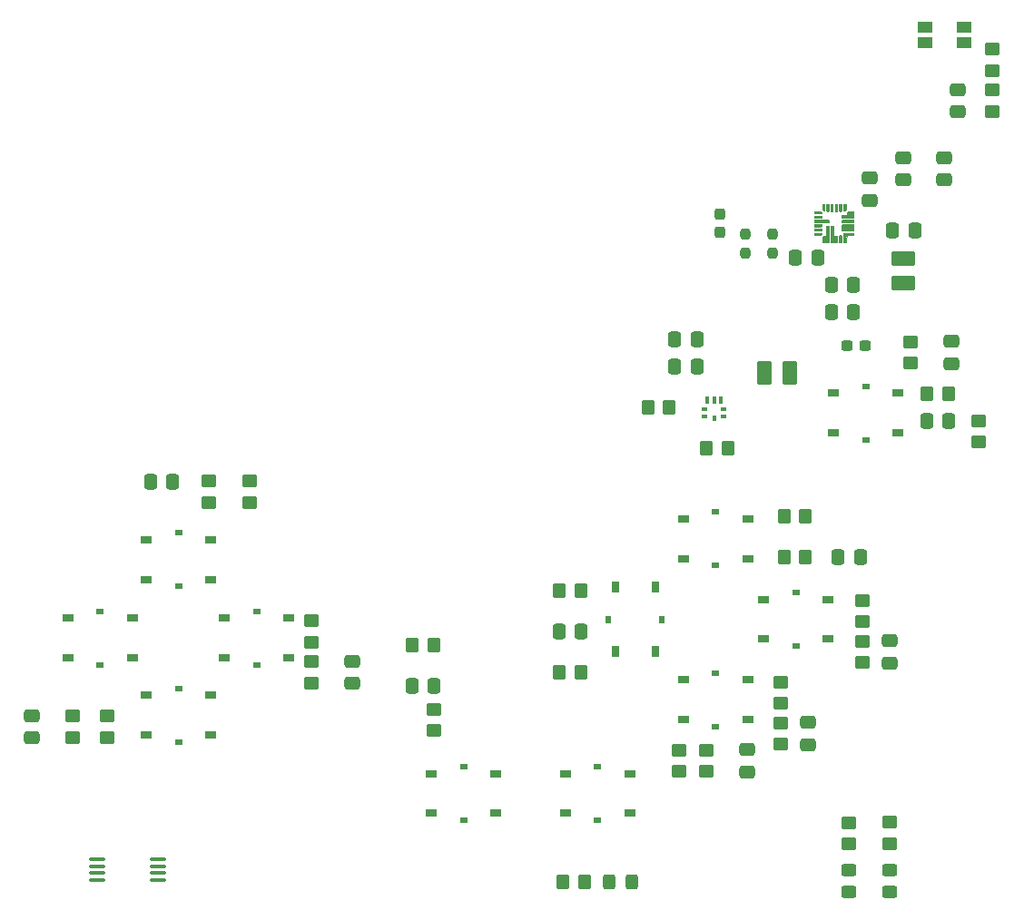
<source format=gbr>
%TF.GenerationSoftware,KiCad,Pcbnew,(6.0.0)*%
%TF.CreationDate,2022-06-01T15:47:08+01:00*%
%TF.ProjectId,CM4Carrier,434d3443-6172-4726-9965-722e6b696361,Rev1-Untested*%
%TF.SameCoordinates,Original*%
%TF.FileFunction,Paste,Top*%
%TF.FilePolarity,Positive*%
%FSLAX46Y46*%
G04 Gerber Fmt 4.6, Leading zero omitted, Abs format (unit mm)*
G04 Created by KiCad (PCBNEW (6.0.0)) date 2022-06-01 15:47:08*
%MOMM*%
%LPD*%
G01*
G04 APERTURE LIST*
G04 Aperture macros list*
%AMRoundRect*
0 Rectangle with rounded corners*
0 $1 Rounding radius*
0 $2 $3 $4 $5 $6 $7 $8 $9 X,Y pos of 4 corners*
0 Add a 4 corners polygon primitive as box body*
4,1,4,$2,$3,$4,$5,$6,$7,$8,$9,$2,$3,0*
0 Add four circle primitives for the rounded corners*
1,1,$1+$1,$2,$3*
1,1,$1+$1,$4,$5*
1,1,$1+$1,$6,$7*
1,1,$1+$1,$8,$9*
0 Add four rect primitives between the rounded corners*
20,1,$1+$1,$2,$3,$4,$5,0*
20,1,$1+$1,$4,$5,$6,$7,0*
20,1,$1+$1,$6,$7,$8,$9,0*
20,1,$1+$1,$8,$9,$2,$3,0*%
G04 Aperture macros list end*
%ADD10C,0.010000*%
%ADD11RoundRect,0.250000X-0.325000X-0.450000X0.325000X-0.450000X0.325000X0.450000X-0.325000X0.450000X0*%
%ADD12RoundRect,0.250000X0.450000X-0.350000X0.450000X0.350000X-0.450000X0.350000X-0.450000X-0.350000X0*%
%ADD13R,1.000000X0.700000*%
%ADD14R,0.700000X0.600000*%
%ADD15RoundRect,0.250000X0.350000X0.450000X-0.350000X0.450000X-0.350000X-0.450000X0.350000X-0.450000X0*%
%ADD16RoundRect,0.250000X0.337500X0.475000X-0.337500X0.475000X-0.337500X-0.475000X0.337500X-0.475000X0*%
%ADD17RoundRect,0.250001X-0.849999X0.462499X-0.849999X-0.462499X0.849999X-0.462499X0.849999X0.462499X0*%
%ADD18RoundRect,0.250000X-0.475000X0.337500X-0.475000X-0.337500X0.475000X-0.337500X0.475000X0.337500X0*%
%ADD19RoundRect,0.250000X-0.350000X-0.450000X0.350000X-0.450000X0.350000X0.450000X-0.350000X0.450000X0*%
%ADD20RoundRect,0.250000X0.475000X-0.337500X0.475000X0.337500X-0.475000X0.337500X-0.475000X-0.337500X0*%
%ADD21RoundRect,0.250000X-0.337500X-0.475000X0.337500X-0.475000X0.337500X0.475000X-0.337500X0.475000X0*%
%ADD22RoundRect,0.250001X0.462499X0.849999X-0.462499X0.849999X-0.462499X-0.849999X0.462499X-0.849999X0*%
%ADD23R,0.700000X1.000000*%
%ADD24R,0.600000X0.700000*%
%ADD25RoundRect,0.250000X-0.450000X0.350000X-0.450000X-0.350000X0.450000X-0.350000X0.450000X0.350000X0*%
%ADD26R,1.400000X1.050000*%
%ADD27RoundRect,0.250000X-0.450000X0.325000X-0.450000X-0.325000X0.450000X-0.325000X0.450000X0.325000X0*%
%ADD28RoundRect,0.237500X0.237500X-0.300000X0.237500X0.300000X-0.237500X0.300000X-0.237500X-0.300000X0*%
%ADD29RoundRect,0.237500X-0.237500X0.250000X-0.237500X-0.250000X0.237500X-0.250000X0.237500X0.250000X0*%
%ADD30R,0.609600X0.304800*%
%ADD31R,0.304800X0.787400*%
%ADD32R,0.304800X0.609600*%
%ADD33RoundRect,0.100000X0.637500X0.100000X-0.637500X0.100000X-0.637500X-0.100000X0.637500X-0.100000X0*%
%ADD34RoundRect,0.237500X-0.300000X-0.237500X0.300000X-0.237500X0.300000X0.237500X-0.300000X0.237500X0*%
G04 APERTURE END LIST*
D10*
%TO.C,U2*%
X184922491Y-73765000D02*
X184922491Y-74340000D01*
X184922491Y-74340000D02*
X184922491Y-74345000D01*
X184922491Y-74345000D02*
X184921491Y-74350000D01*
X184921491Y-74350000D02*
X184921491Y-74356000D01*
X184921491Y-74356000D02*
X184920491Y-74361000D01*
X184920491Y-74361000D02*
X184919491Y-74366000D01*
X184919491Y-74366000D02*
X184917491Y-74371000D01*
X184917491Y-74371000D02*
X184915491Y-74376000D01*
X184915491Y-74376000D02*
X184913491Y-74381000D01*
X184913491Y-74381000D02*
X184911491Y-74385000D01*
X184911491Y-74385000D02*
X184909491Y-74390000D01*
X184909491Y-74390000D02*
X184906491Y-74394000D01*
X184906491Y-74394000D02*
X184903491Y-74399000D01*
X184903491Y-74399000D02*
X184900491Y-74403000D01*
X184900491Y-74403000D02*
X184896491Y-74407000D01*
X184896491Y-74407000D02*
X184893491Y-74411000D01*
X184893491Y-74411000D02*
X184889491Y-74414000D01*
X184889491Y-74414000D02*
X184885491Y-74418000D01*
X184885491Y-74418000D02*
X184881491Y-74421000D01*
X184881491Y-74421000D02*
X184876491Y-74424000D01*
X184876491Y-74424000D02*
X184872491Y-74427000D01*
X184872491Y-74427000D02*
X184867491Y-74429000D01*
X184867491Y-74429000D02*
X184863491Y-74431000D01*
X184863491Y-74431000D02*
X184858491Y-74433000D01*
X184858491Y-74433000D02*
X184853491Y-74435000D01*
X184853491Y-74435000D02*
X184848491Y-74437000D01*
X184848491Y-74437000D02*
X184843491Y-74438000D01*
X184843491Y-74438000D02*
X184838491Y-74439000D01*
X184838491Y-74439000D02*
X184832491Y-74439000D01*
X184832491Y-74439000D02*
X184827491Y-74440000D01*
X184827491Y-74440000D02*
X184822491Y-74440000D01*
X184822491Y-74440000D02*
X184817491Y-74440000D01*
X184817491Y-74440000D02*
X184812491Y-74439000D01*
X184812491Y-74439000D02*
X184806491Y-74439000D01*
X184806491Y-74439000D02*
X184801491Y-74438000D01*
X184801491Y-74438000D02*
X184796491Y-74437000D01*
X184796491Y-74437000D02*
X184791491Y-74435000D01*
X184791491Y-74435000D02*
X184786491Y-74433000D01*
X184786491Y-74433000D02*
X184781491Y-74431000D01*
X184781491Y-74431000D02*
X184777491Y-74429000D01*
X184777491Y-74429000D02*
X184772491Y-74427000D01*
X184772491Y-74427000D02*
X184768491Y-74424000D01*
X184768491Y-74424000D02*
X184763491Y-74421000D01*
X184763491Y-74421000D02*
X184759491Y-74418000D01*
X184759491Y-74418000D02*
X184755491Y-74414000D01*
X184755491Y-74414000D02*
X184751491Y-74411000D01*
X184751491Y-74411000D02*
X184748491Y-74407000D01*
X184748491Y-74407000D02*
X184744491Y-74403000D01*
X184744491Y-74403000D02*
X184741491Y-74399000D01*
X184741491Y-74399000D02*
X184738491Y-74394000D01*
X184738491Y-74394000D02*
X184735491Y-74390000D01*
X184735491Y-74390000D02*
X184733491Y-74385000D01*
X184733491Y-74385000D02*
X184731491Y-74381000D01*
X184731491Y-74381000D02*
X184729491Y-74376000D01*
X184729491Y-74376000D02*
X184727491Y-74371000D01*
X184727491Y-74371000D02*
X184725491Y-74366000D01*
X184725491Y-74366000D02*
X184724491Y-74361000D01*
X184724491Y-74361000D02*
X184723491Y-74356000D01*
X184723491Y-74356000D02*
X184723491Y-74350000D01*
X184723491Y-74350000D02*
X184722491Y-74345000D01*
X184722491Y-74345000D02*
X184722491Y-74340000D01*
X184722491Y-74340000D02*
X184722491Y-73765000D01*
X184722491Y-73765000D02*
X184922491Y-73765000D01*
X184922491Y-73765000D02*
X184922491Y-73765000D01*
G36*
X184922491Y-74345000D02*
G01*
X184921491Y-74350000D01*
X184921491Y-74356000D01*
X184919491Y-74366000D01*
X184913491Y-74381000D01*
X184911491Y-74385000D01*
X184909491Y-74390000D01*
X184906491Y-74394000D01*
X184903491Y-74399000D01*
X184900491Y-74403000D01*
X184896491Y-74407000D01*
X184893491Y-74411000D01*
X184889491Y-74414000D01*
X184885491Y-74418000D01*
X184881491Y-74421000D01*
X184876491Y-74424000D01*
X184872491Y-74427000D01*
X184867491Y-74429000D01*
X184863491Y-74431000D01*
X184848491Y-74437000D01*
X184838491Y-74439000D01*
X184832491Y-74439000D01*
X184827491Y-74440000D01*
X184817491Y-74440000D01*
X184812491Y-74439000D01*
X184806491Y-74439000D01*
X184796491Y-74437000D01*
X184781491Y-74431000D01*
X184777491Y-74429000D01*
X184772491Y-74427000D01*
X184768491Y-74424000D01*
X184763491Y-74421000D01*
X184759491Y-74418000D01*
X184755491Y-74414000D01*
X184751491Y-74411000D01*
X184748491Y-74407000D01*
X184744491Y-74403000D01*
X184741491Y-74399000D01*
X184738491Y-74394000D01*
X184735491Y-74390000D01*
X184733491Y-74385000D01*
X184731491Y-74381000D01*
X184725491Y-74366000D01*
X184723491Y-74356000D01*
X184723491Y-74350000D01*
X184722491Y-74345000D01*
X184722491Y-73765000D01*
X184922491Y-73765000D01*
X184922491Y-74345000D01*
G37*
X184922491Y-74345000D02*
X184921491Y-74350000D01*
X184921491Y-74356000D01*
X184919491Y-74366000D01*
X184913491Y-74381000D01*
X184911491Y-74385000D01*
X184909491Y-74390000D01*
X184906491Y-74394000D01*
X184903491Y-74399000D01*
X184900491Y-74403000D01*
X184896491Y-74407000D01*
X184893491Y-74411000D01*
X184889491Y-74414000D01*
X184885491Y-74418000D01*
X184881491Y-74421000D01*
X184876491Y-74424000D01*
X184872491Y-74427000D01*
X184867491Y-74429000D01*
X184863491Y-74431000D01*
X184848491Y-74437000D01*
X184838491Y-74439000D01*
X184832491Y-74439000D01*
X184827491Y-74440000D01*
X184817491Y-74440000D01*
X184812491Y-74439000D01*
X184806491Y-74439000D01*
X184796491Y-74437000D01*
X184781491Y-74431000D01*
X184777491Y-74429000D01*
X184772491Y-74427000D01*
X184768491Y-74424000D01*
X184763491Y-74421000D01*
X184759491Y-74418000D01*
X184755491Y-74414000D01*
X184751491Y-74411000D01*
X184748491Y-74407000D01*
X184744491Y-74403000D01*
X184741491Y-74399000D01*
X184738491Y-74394000D01*
X184735491Y-74390000D01*
X184733491Y-74385000D01*
X184731491Y-74381000D01*
X184725491Y-74366000D01*
X184723491Y-74356000D01*
X184723491Y-74350000D01*
X184722491Y-74345000D01*
X184722491Y-73765000D01*
X184922491Y-73765000D01*
X184922491Y-74345000D01*
X185322491Y-73765000D02*
X185322491Y-74340000D01*
X185322491Y-74340000D02*
X185322491Y-74345000D01*
X185322491Y-74345000D02*
X185321491Y-74350000D01*
X185321491Y-74350000D02*
X185321491Y-74356000D01*
X185321491Y-74356000D02*
X185320491Y-74361000D01*
X185320491Y-74361000D02*
X185319491Y-74366000D01*
X185319491Y-74366000D02*
X185317491Y-74371000D01*
X185317491Y-74371000D02*
X185315491Y-74376000D01*
X185315491Y-74376000D02*
X185313491Y-74381000D01*
X185313491Y-74381000D02*
X185311491Y-74385000D01*
X185311491Y-74385000D02*
X185309491Y-74390000D01*
X185309491Y-74390000D02*
X185306491Y-74394000D01*
X185306491Y-74394000D02*
X185303491Y-74399000D01*
X185303491Y-74399000D02*
X185300491Y-74403000D01*
X185300491Y-74403000D02*
X185296491Y-74407000D01*
X185296491Y-74407000D02*
X185293491Y-74411000D01*
X185293491Y-74411000D02*
X185289491Y-74414000D01*
X185289491Y-74414000D02*
X185285491Y-74418000D01*
X185285491Y-74418000D02*
X185281491Y-74421000D01*
X185281491Y-74421000D02*
X185276491Y-74424000D01*
X185276491Y-74424000D02*
X185272491Y-74427000D01*
X185272491Y-74427000D02*
X185267491Y-74429000D01*
X185267491Y-74429000D02*
X185263491Y-74431000D01*
X185263491Y-74431000D02*
X185258491Y-74433000D01*
X185258491Y-74433000D02*
X185253491Y-74435000D01*
X185253491Y-74435000D02*
X185248491Y-74437000D01*
X185248491Y-74437000D02*
X185243491Y-74438000D01*
X185243491Y-74438000D02*
X185238491Y-74439000D01*
X185238491Y-74439000D02*
X185232491Y-74439000D01*
X185232491Y-74439000D02*
X185227491Y-74440000D01*
X185227491Y-74440000D02*
X185222491Y-74440000D01*
X185222491Y-74440000D02*
X185217491Y-74440000D01*
X185217491Y-74440000D02*
X185212491Y-74439000D01*
X185212491Y-74439000D02*
X185206491Y-74439000D01*
X185206491Y-74439000D02*
X185201491Y-74438000D01*
X185201491Y-74438000D02*
X185196491Y-74437000D01*
X185196491Y-74437000D02*
X185191491Y-74435000D01*
X185191491Y-74435000D02*
X185186491Y-74433000D01*
X185186491Y-74433000D02*
X185181491Y-74431000D01*
X185181491Y-74431000D02*
X185177491Y-74429000D01*
X185177491Y-74429000D02*
X185172491Y-74427000D01*
X185172491Y-74427000D02*
X185168491Y-74424000D01*
X185168491Y-74424000D02*
X185163491Y-74421000D01*
X185163491Y-74421000D02*
X185159491Y-74418000D01*
X185159491Y-74418000D02*
X185155491Y-74414000D01*
X185155491Y-74414000D02*
X185151491Y-74411000D01*
X185151491Y-74411000D02*
X185148491Y-74407000D01*
X185148491Y-74407000D02*
X185144491Y-74403000D01*
X185144491Y-74403000D02*
X185141491Y-74399000D01*
X185141491Y-74399000D02*
X185138491Y-74394000D01*
X185138491Y-74394000D02*
X185135491Y-74390000D01*
X185135491Y-74390000D02*
X185133491Y-74385000D01*
X185133491Y-74385000D02*
X185131491Y-74381000D01*
X185131491Y-74381000D02*
X185129491Y-74376000D01*
X185129491Y-74376000D02*
X185127491Y-74371000D01*
X185127491Y-74371000D02*
X185125491Y-74366000D01*
X185125491Y-74366000D02*
X185124491Y-74361000D01*
X185124491Y-74361000D02*
X185123491Y-74356000D01*
X185123491Y-74356000D02*
X185123491Y-74350000D01*
X185123491Y-74350000D02*
X185122491Y-74345000D01*
X185122491Y-74345000D02*
X185122491Y-74340000D01*
X185122491Y-74340000D02*
X185122491Y-73765000D01*
X185122491Y-73765000D02*
X185322491Y-73765000D01*
X185322491Y-73765000D02*
X185322491Y-73765000D01*
G36*
X185322491Y-74345000D02*
G01*
X185321491Y-74350000D01*
X185321491Y-74356000D01*
X185319491Y-74366000D01*
X185313491Y-74381000D01*
X185311491Y-74385000D01*
X185309491Y-74390000D01*
X185306491Y-74394000D01*
X185303491Y-74399000D01*
X185300491Y-74403000D01*
X185296491Y-74407000D01*
X185293491Y-74411000D01*
X185289491Y-74414000D01*
X185285491Y-74418000D01*
X185281491Y-74421000D01*
X185276491Y-74424000D01*
X185272491Y-74427000D01*
X185267491Y-74429000D01*
X185263491Y-74431000D01*
X185248491Y-74437000D01*
X185238491Y-74439000D01*
X185232491Y-74439000D01*
X185227491Y-74440000D01*
X185217491Y-74440000D01*
X185212491Y-74439000D01*
X185206491Y-74439000D01*
X185196491Y-74437000D01*
X185181491Y-74431000D01*
X185177491Y-74429000D01*
X185172491Y-74427000D01*
X185168491Y-74424000D01*
X185163491Y-74421000D01*
X185159491Y-74418000D01*
X185155491Y-74414000D01*
X185151491Y-74411000D01*
X185148491Y-74407000D01*
X185144491Y-74403000D01*
X185141491Y-74399000D01*
X185138491Y-74394000D01*
X185135491Y-74390000D01*
X185133491Y-74385000D01*
X185131491Y-74381000D01*
X185125491Y-74366000D01*
X185123491Y-74356000D01*
X185123491Y-74350000D01*
X185122491Y-74345000D01*
X185122491Y-73765000D01*
X185322491Y-73765000D01*
X185322491Y-74345000D01*
G37*
X185322491Y-74345000D02*
X185321491Y-74350000D01*
X185321491Y-74356000D01*
X185319491Y-74366000D01*
X185313491Y-74381000D01*
X185311491Y-74385000D01*
X185309491Y-74390000D01*
X185306491Y-74394000D01*
X185303491Y-74399000D01*
X185300491Y-74403000D01*
X185296491Y-74407000D01*
X185293491Y-74411000D01*
X185289491Y-74414000D01*
X185285491Y-74418000D01*
X185281491Y-74421000D01*
X185276491Y-74424000D01*
X185272491Y-74427000D01*
X185267491Y-74429000D01*
X185263491Y-74431000D01*
X185248491Y-74437000D01*
X185238491Y-74439000D01*
X185232491Y-74439000D01*
X185227491Y-74440000D01*
X185217491Y-74440000D01*
X185212491Y-74439000D01*
X185206491Y-74439000D01*
X185196491Y-74437000D01*
X185181491Y-74431000D01*
X185177491Y-74429000D01*
X185172491Y-74427000D01*
X185168491Y-74424000D01*
X185163491Y-74421000D01*
X185159491Y-74418000D01*
X185155491Y-74414000D01*
X185151491Y-74411000D01*
X185148491Y-74407000D01*
X185144491Y-74403000D01*
X185141491Y-74399000D01*
X185138491Y-74394000D01*
X185135491Y-74390000D01*
X185133491Y-74385000D01*
X185131491Y-74381000D01*
X185125491Y-74366000D01*
X185123491Y-74356000D01*
X185123491Y-74350000D01*
X185122491Y-74345000D01*
X185122491Y-73765000D01*
X185322491Y-73765000D01*
X185322491Y-74345000D01*
X185522491Y-73765000D02*
X185522491Y-74390000D01*
X185522491Y-74390000D02*
X185610491Y-74390000D01*
X185610491Y-74390000D02*
X185722491Y-74278000D01*
X185722491Y-74278000D02*
X185722491Y-73765000D01*
X185722491Y-73765000D02*
X185522491Y-73765000D01*
G36*
X185722491Y-74278000D02*
G01*
X185610491Y-74390000D01*
X185522491Y-74390000D01*
X185522491Y-73765000D01*
X185722491Y-73765000D01*
X185722491Y-74278000D01*
G37*
X185722491Y-74278000D02*
X185610491Y-74390000D01*
X185522491Y-74390000D01*
X185522491Y-73765000D01*
X185722491Y-73765000D01*
X185722491Y-74278000D01*
X186422491Y-75465000D02*
X185447491Y-75465000D01*
X185447491Y-75465000D02*
X185442491Y-75465000D01*
X185442491Y-75465000D02*
X185437491Y-75464000D01*
X185437491Y-75464000D02*
X185431491Y-75464000D01*
X185431491Y-75464000D02*
X185426491Y-75463000D01*
X185426491Y-75463000D02*
X185421491Y-75462000D01*
X185421491Y-75462000D02*
X185416491Y-75460000D01*
X185416491Y-75460000D02*
X185411491Y-75458000D01*
X185411491Y-75458000D02*
X185406491Y-75456000D01*
X185406491Y-75456000D02*
X185402491Y-75454000D01*
X185402491Y-75454000D02*
X185397491Y-75452000D01*
X185397491Y-75452000D02*
X185393491Y-75449000D01*
X185393491Y-75449000D02*
X185388491Y-75446000D01*
X185388491Y-75446000D02*
X185384491Y-75443000D01*
X185384491Y-75443000D02*
X185380491Y-75439000D01*
X185380491Y-75439000D02*
X185376491Y-75436000D01*
X185376491Y-75436000D02*
X185373491Y-75432000D01*
X185373491Y-75432000D02*
X185369491Y-75428000D01*
X185369491Y-75428000D02*
X185366491Y-75424000D01*
X185366491Y-75424000D02*
X185363491Y-75419000D01*
X185363491Y-75419000D02*
X185360491Y-75415000D01*
X185360491Y-75415000D02*
X185358491Y-75410000D01*
X185358491Y-75410000D02*
X185356491Y-75406000D01*
X185356491Y-75406000D02*
X185354491Y-75401000D01*
X185354491Y-75401000D02*
X185352491Y-75396000D01*
X185352491Y-75396000D02*
X185350491Y-75391000D01*
X185350491Y-75391000D02*
X185349491Y-75386000D01*
X185349491Y-75386000D02*
X185348491Y-75381000D01*
X185348491Y-75381000D02*
X185348491Y-75375000D01*
X185348491Y-75375000D02*
X185347491Y-75370000D01*
X185347491Y-75370000D02*
X185347491Y-75365000D01*
X185347491Y-75365000D02*
X185347491Y-75360000D01*
X185347491Y-75360000D02*
X185348491Y-75355000D01*
X185348491Y-75355000D02*
X185348491Y-75349000D01*
X185348491Y-75349000D02*
X185349491Y-75344000D01*
X185349491Y-75344000D02*
X185350491Y-75339000D01*
X185350491Y-75339000D02*
X185352491Y-75334000D01*
X185352491Y-75334000D02*
X185354491Y-75329000D01*
X185354491Y-75329000D02*
X185356491Y-75324000D01*
X185356491Y-75324000D02*
X185358491Y-75320000D01*
X185358491Y-75320000D02*
X185360491Y-75315000D01*
X185360491Y-75315000D02*
X185363491Y-75311000D01*
X185363491Y-75311000D02*
X185366491Y-75306000D01*
X185366491Y-75306000D02*
X185369491Y-75302000D01*
X185369491Y-75302000D02*
X185373491Y-75298000D01*
X185373491Y-75298000D02*
X185376491Y-75294000D01*
X185376491Y-75294000D02*
X185380491Y-75291000D01*
X185380491Y-75291000D02*
X185384491Y-75287000D01*
X185384491Y-75287000D02*
X185388491Y-75284000D01*
X185388491Y-75284000D02*
X185393491Y-75281000D01*
X185393491Y-75281000D02*
X185397491Y-75278000D01*
X185397491Y-75278000D02*
X185402491Y-75276000D01*
X185402491Y-75276000D02*
X185406491Y-75274000D01*
X185406491Y-75274000D02*
X185411491Y-75272000D01*
X185411491Y-75272000D02*
X185416491Y-75270000D01*
X185416491Y-75270000D02*
X185421491Y-75268000D01*
X185421491Y-75268000D02*
X185426491Y-75267000D01*
X185426491Y-75267000D02*
X185431491Y-75266000D01*
X185431491Y-75266000D02*
X185437491Y-75266000D01*
X185437491Y-75266000D02*
X185442491Y-75265000D01*
X185442491Y-75265000D02*
X185447491Y-75265000D01*
X185447491Y-75265000D02*
X186422491Y-75265000D01*
X186422491Y-75265000D02*
X186422491Y-75465000D01*
X186422491Y-75465000D02*
X186422491Y-75465000D01*
G36*
X186422491Y-75465000D02*
G01*
X185442491Y-75465000D01*
X185437491Y-75464000D01*
X185431491Y-75464000D01*
X185421491Y-75462000D01*
X185406491Y-75456000D01*
X185402491Y-75454000D01*
X185397491Y-75452000D01*
X185393491Y-75449000D01*
X185388491Y-75446000D01*
X185384491Y-75443000D01*
X185380491Y-75439000D01*
X185376491Y-75436000D01*
X185373491Y-75432000D01*
X185369491Y-75428000D01*
X185366491Y-75424000D01*
X185363491Y-75419000D01*
X185360491Y-75415000D01*
X185358491Y-75410000D01*
X185356491Y-75406000D01*
X185350491Y-75391000D01*
X185348491Y-75381000D01*
X185348491Y-75375000D01*
X185347491Y-75370000D01*
X185347491Y-75360000D01*
X185348491Y-75355000D01*
X185348491Y-75349000D01*
X185350491Y-75339000D01*
X185356491Y-75324000D01*
X185358491Y-75320000D01*
X185360491Y-75315000D01*
X185363491Y-75311000D01*
X185366491Y-75306000D01*
X185369491Y-75302000D01*
X185373491Y-75298000D01*
X185376491Y-75294000D01*
X185380491Y-75291000D01*
X185384491Y-75287000D01*
X185388491Y-75284000D01*
X185393491Y-75281000D01*
X185397491Y-75278000D01*
X185402491Y-75276000D01*
X185406491Y-75274000D01*
X185421491Y-75268000D01*
X185431491Y-75266000D01*
X185437491Y-75266000D01*
X185442491Y-75265000D01*
X186422491Y-75265000D01*
X186422491Y-75465000D01*
G37*
X186422491Y-75465000D02*
X185442491Y-75465000D01*
X185437491Y-75464000D01*
X185431491Y-75464000D01*
X185421491Y-75462000D01*
X185406491Y-75456000D01*
X185402491Y-75454000D01*
X185397491Y-75452000D01*
X185393491Y-75449000D01*
X185388491Y-75446000D01*
X185384491Y-75443000D01*
X185380491Y-75439000D01*
X185376491Y-75436000D01*
X185373491Y-75432000D01*
X185369491Y-75428000D01*
X185366491Y-75424000D01*
X185363491Y-75419000D01*
X185360491Y-75415000D01*
X185358491Y-75410000D01*
X185356491Y-75406000D01*
X185350491Y-75391000D01*
X185348491Y-75381000D01*
X185348491Y-75375000D01*
X185347491Y-75370000D01*
X185347491Y-75360000D01*
X185348491Y-75355000D01*
X185348491Y-75349000D01*
X185350491Y-75339000D01*
X185356491Y-75324000D01*
X185358491Y-75320000D01*
X185360491Y-75315000D01*
X185363491Y-75311000D01*
X185366491Y-75306000D01*
X185369491Y-75302000D01*
X185373491Y-75298000D01*
X185376491Y-75294000D01*
X185380491Y-75291000D01*
X185384491Y-75287000D01*
X185388491Y-75284000D01*
X185393491Y-75281000D01*
X185397491Y-75278000D01*
X185402491Y-75276000D01*
X185406491Y-75274000D01*
X185421491Y-75268000D01*
X185431491Y-75266000D01*
X185437491Y-75266000D01*
X185442491Y-75265000D01*
X186422491Y-75265000D01*
X186422491Y-75465000D01*
X185122491Y-77365000D02*
X185122491Y-76790000D01*
X185122491Y-76790000D02*
X185122491Y-76785000D01*
X185122491Y-76785000D02*
X185123491Y-76780000D01*
X185123491Y-76780000D02*
X185123491Y-76774000D01*
X185123491Y-76774000D02*
X185124491Y-76769000D01*
X185124491Y-76769000D02*
X185125491Y-76764000D01*
X185125491Y-76764000D02*
X185127491Y-76759000D01*
X185127491Y-76759000D02*
X185129491Y-76754000D01*
X185129491Y-76754000D02*
X185131491Y-76749000D01*
X185131491Y-76749000D02*
X185133491Y-76745000D01*
X185133491Y-76745000D02*
X185135491Y-76740000D01*
X185135491Y-76740000D02*
X185138491Y-76736000D01*
X185138491Y-76736000D02*
X185141491Y-76731000D01*
X185141491Y-76731000D02*
X185144491Y-76727000D01*
X185144491Y-76727000D02*
X185148491Y-76723000D01*
X185148491Y-76723000D02*
X185151491Y-76719000D01*
X185151491Y-76719000D02*
X185155491Y-76716000D01*
X185155491Y-76716000D02*
X185159491Y-76712000D01*
X185159491Y-76712000D02*
X185163491Y-76709000D01*
X185163491Y-76709000D02*
X185168491Y-76706000D01*
X185168491Y-76706000D02*
X185172491Y-76703000D01*
X185172491Y-76703000D02*
X185177491Y-76701000D01*
X185177491Y-76701000D02*
X185181491Y-76699000D01*
X185181491Y-76699000D02*
X185186491Y-76697000D01*
X185186491Y-76697000D02*
X185191491Y-76695000D01*
X185191491Y-76695000D02*
X185196491Y-76693000D01*
X185196491Y-76693000D02*
X185201491Y-76692000D01*
X185201491Y-76692000D02*
X185206491Y-76691000D01*
X185206491Y-76691000D02*
X185212491Y-76691000D01*
X185212491Y-76691000D02*
X185217491Y-76690000D01*
X185217491Y-76690000D02*
X185222491Y-76690000D01*
X185222491Y-76690000D02*
X185227491Y-76690000D01*
X185227491Y-76690000D02*
X185232491Y-76691000D01*
X185232491Y-76691000D02*
X185238491Y-76691000D01*
X185238491Y-76691000D02*
X185243491Y-76692000D01*
X185243491Y-76692000D02*
X185248491Y-76693000D01*
X185248491Y-76693000D02*
X185253491Y-76695000D01*
X185253491Y-76695000D02*
X185258491Y-76697000D01*
X185258491Y-76697000D02*
X185263491Y-76699000D01*
X185263491Y-76699000D02*
X185267491Y-76701000D01*
X185267491Y-76701000D02*
X185272491Y-76703000D01*
X185272491Y-76703000D02*
X185276491Y-76706000D01*
X185276491Y-76706000D02*
X185281491Y-76709000D01*
X185281491Y-76709000D02*
X185285491Y-76712000D01*
X185285491Y-76712000D02*
X185289491Y-76716000D01*
X185289491Y-76716000D02*
X185293491Y-76719000D01*
X185293491Y-76719000D02*
X185296491Y-76723000D01*
X185296491Y-76723000D02*
X185300491Y-76727000D01*
X185300491Y-76727000D02*
X185303491Y-76731000D01*
X185303491Y-76731000D02*
X185306491Y-76736000D01*
X185306491Y-76736000D02*
X185309491Y-76740000D01*
X185309491Y-76740000D02*
X185311491Y-76745000D01*
X185311491Y-76745000D02*
X185313491Y-76749000D01*
X185313491Y-76749000D02*
X185315491Y-76754000D01*
X185315491Y-76754000D02*
X185317491Y-76759000D01*
X185317491Y-76759000D02*
X185319491Y-76764000D01*
X185319491Y-76764000D02*
X185320491Y-76769000D01*
X185320491Y-76769000D02*
X185321491Y-76774000D01*
X185321491Y-76774000D02*
X185321491Y-76780000D01*
X185321491Y-76780000D02*
X185322491Y-76785000D01*
X185322491Y-76785000D02*
X185322491Y-76790000D01*
X185322491Y-76790000D02*
X185322491Y-77365000D01*
X185322491Y-77365000D02*
X185122491Y-77365000D01*
X185122491Y-77365000D02*
X185122491Y-77365000D01*
G36*
X185232491Y-76691000D02*
G01*
X185238491Y-76691000D01*
X185248491Y-76693000D01*
X185263491Y-76699000D01*
X185267491Y-76701000D01*
X185272491Y-76703000D01*
X185276491Y-76706000D01*
X185281491Y-76709000D01*
X185285491Y-76712000D01*
X185289491Y-76716000D01*
X185293491Y-76719000D01*
X185296491Y-76723000D01*
X185300491Y-76727000D01*
X185303491Y-76731000D01*
X185306491Y-76736000D01*
X185309491Y-76740000D01*
X185311491Y-76745000D01*
X185313491Y-76749000D01*
X185319491Y-76764000D01*
X185321491Y-76774000D01*
X185321491Y-76780000D01*
X185322491Y-76785000D01*
X185322491Y-77365000D01*
X185122491Y-77365000D01*
X185122491Y-76785000D01*
X185123491Y-76780000D01*
X185123491Y-76774000D01*
X185125491Y-76764000D01*
X185131491Y-76749000D01*
X185133491Y-76745000D01*
X185135491Y-76740000D01*
X185138491Y-76736000D01*
X185141491Y-76731000D01*
X185144491Y-76727000D01*
X185148491Y-76723000D01*
X185151491Y-76719000D01*
X185155491Y-76716000D01*
X185159491Y-76712000D01*
X185163491Y-76709000D01*
X185168491Y-76706000D01*
X185172491Y-76703000D01*
X185177491Y-76701000D01*
X185181491Y-76699000D01*
X185196491Y-76693000D01*
X185206491Y-76691000D01*
X185212491Y-76691000D01*
X185217491Y-76690000D01*
X185227491Y-76690000D01*
X185232491Y-76691000D01*
G37*
X185232491Y-76691000D02*
X185238491Y-76691000D01*
X185248491Y-76693000D01*
X185263491Y-76699000D01*
X185267491Y-76701000D01*
X185272491Y-76703000D01*
X185276491Y-76706000D01*
X185281491Y-76709000D01*
X185285491Y-76712000D01*
X185289491Y-76716000D01*
X185293491Y-76719000D01*
X185296491Y-76723000D01*
X185300491Y-76727000D01*
X185303491Y-76731000D01*
X185306491Y-76736000D01*
X185309491Y-76740000D01*
X185311491Y-76745000D01*
X185313491Y-76749000D01*
X185319491Y-76764000D01*
X185321491Y-76774000D01*
X185321491Y-76780000D01*
X185322491Y-76785000D01*
X185322491Y-77365000D01*
X185122491Y-77365000D01*
X185122491Y-76785000D01*
X185123491Y-76780000D01*
X185123491Y-76774000D01*
X185125491Y-76764000D01*
X185131491Y-76749000D01*
X185133491Y-76745000D01*
X185135491Y-76740000D01*
X185138491Y-76736000D01*
X185141491Y-76731000D01*
X185144491Y-76727000D01*
X185148491Y-76723000D01*
X185151491Y-76719000D01*
X185155491Y-76716000D01*
X185159491Y-76712000D01*
X185163491Y-76709000D01*
X185168491Y-76706000D01*
X185172491Y-76703000D01*
X185177491Y-76701000D01*
X185181491Y-76699000D01*
X185196491Y-76693000D01*
X185206491Y-76691000D01*
X185212491Y-76691000D01*
X185217491Y-76690000D01*
X185227491Y-76690000D01*
X185232491Y-76691000D01*
X182822491Y-75265000D02*
X184047491Y-75265000D01*
X184047491Y-75265000D02*
X184052491Y-75265000D01*
X184052491Y-75265000D02*
X184057491Y-75266000D01*
X184057491Y-75266000D02*
X184063491Y-75266000D01*
X184063491Y-75266000D02*
X184068491Y-75267000D01*
X184068491Y-75267000D02*
X184073491Y-75268000D01*
X184073491Y-75268000D02*
X184078491Y-75270000D01*
X184078491Y-75270000D02*
X184083491Y-75272000D01*
X184083491Y-75272000D02*
X184088491Y-75274000D01*
X184088491Y-75274000D02*
X184092491Y-75276000D01*
X184092491Y-75276000D02*
X184097491Y-75278000D01*
X184097491Y-75278000D02*
X184101491Y-75281000D01*
X184101491Y-75281000D02*
X184106491Y-75284000D01*
X184106491Y-75284000D02*
X184110491Y-75287000D01*
X184110491Y-75287000D02*
X184114491Y-75291000D01*
X184114491Y-75291000D02*
X184118491Y-75294000D01*
X184118491Y-75294000D02*
X184121491Y-75298000D01*
X184121491Y-75298000D02*
X184125491Y-75302000D01*
X184125491Y-75302000D02*
X184128491Y-75306000D01*
X184128491Y-75306000D02*
X184131491Y-75311000D01*
X184131491Y-75311000D02*
X184134491Y-75315000D01*
X184134491Y-75315000D02*
X184136491Y-75320000D01*
X184136491Y-75320000D02*
X184138491Y-75324000D01*
X184138491Y-75324000D02*
X184140491Y-75329000D01*
X184140491Y-75329000D02*
X184142491Y-75334000D01*
X184142491Y-75334000D02*
X184144491Y-75339000D01*
X184144491Y-75339000D02*
X184145491Y-75344000D01*
X184145491Y-75344000D02*
X184146491Y-75349000D01*
X184146491Y-75349000D02*
X184146491Y-75355000D01*
X184146491Y-75355000D02*
X184147491Y-75360000D01*
X184147491Y-75360000D02*
X184147491Y-75365000D01*
X184147491Y-75365000D02*
X184147491Y-75370000D01*
X184147491Y-75370000D02*
X184146491Y-75375000D01*
X184146491Y-75375000D02*
X184146491Y-75381000D01*
X184146491Y-75381000D02*
X184145491Y-75386000D01*
X184145491Y-75386000D02*
X184144491Y-75391000D01*
X184144491Y-75391000D02*
X184142491Y-75396000D01*
X184142491Y-75396000D02*
X184140491Y-75401000D01*
X184140491Y-75401000D02*
X184138491Y-75406000D01*
X184138491Y-75406000D02*
X184136491Y-75410000D01*
X184136491Y-75410000D02*
X184134491Y-75415000D01*
X184134491Y-75415000D02*
X184131491Y-75419000D01*
X184131491Y-75419000D02*
X184128491Y-75424000D01*
X184128491Y-75424000D02*
X184125491Y-75428000D01*
X184125491Y-75428000D02*
X184121491Y-75432000D01*
X184121491Y-75432000D02*
X184118491Y-75436000D01*
X184118491Y-75436000D02*
X184114491Y-75439000D01*
X184114491Y-75439000D02*
X184110491Y-75443000D01*
X184110491Y-75443000D02*
X184106491Y-75446000D01*
X184106491Y-75446000D02*
X184101491Y-75449000D01*
X184101491Y-75449000D02*
X184097491Y-75452000D01*
X184097491Y-75452000D02*
X184092491Y-75454000D01*
X184092491Y-75454000D02*
X184088491Y-75456000D01*
X184088491Y-75456000D02*
X184083491Y-75458000D01*
X184083491Y-75458000D02*
X184078491Y-75460000D01*
X184078491Y-75460000D02*
X184073491Y-75462000D01*
X184073491Y-75462000D02*
X184068491Y-75463000D01*
X184068491Y-75463000D02*
X184063491Y-75464000D01*
X184063491Y-75464000D02*
X184057491Y-75464000D01*
X184057491Y-75464000D02*
X184052491Y-75465000D01*
X184052491Y-75465000D02*
X184047491Y-75465000D01*
X184047491Y-75465000D02*
X182822491Y-75465000D01*
X182822491Y-75465000D02*
X182822491Y-75265000D01*
X182822491Y-75265000D02*
X182822491Y-75265000D01*
G36*
X184057491Y-75266000D02*
G01*
X184063491Y-75266000D01*
X184073491Y-75268000D01*
X184088491Y-75274000D01*
X184092491Y-75276000D01*
X184097491Y-75278000D01*
X184101491Y-75281000D01*
X184106491Y-75284000D01*
X184110491Y-75287000D01*
X184114491Y-75291000D01*
X184118491Y-75294000D01*
X184121491Y-75298000D01*
X184125491Y-75302000D01*
X184128491Y-75306000D01*
X184131491Y-75311000D01*
X184134491Y-75315000D01*
X184136491Y-75320000D01*
X184138491Y-75324000D01*
X184144491Y-75339000D01*
X184146491Y-75349000D01*
X184146491Y-75355000D01*
X184147491Y-75360000D01*
X184147491Y-75370000D01*
X184146491Y-75375000D01*
X184146491Y-75381000D01*
X184144491Y-75391000D01*
X184138491Y-75406000D01*
X184136491Y-75410000D01*
X184134491Y-75415000D01*
X184131491Y-75419000D01*
X184128491Y-75424000D01*
X184125491Y-75428000D01*
X184121491Y-75432000D01*
X184118491Y-75436000D01*
X184114491Y-75439000D01*
X184110491Y-75443000D01*
X184106491Y-75446000D01*
X184101491Y-75449000D01*
X184097491Y-75452000D01*
X184092491Y-75454000D01*
X184088491Y-75456000D01*
X184073491Y-75462000D01*
X184063491Y-75464000D01*
X184057491Y-75464000D01*
X184052491Y-75465000D01*
X182822491Y-75465000D01*
X182822491Y-75265000D01*
X184052491Y-75265000D01*
X184057491Y-75266000D01*
G37*
X184057491Y-75266000D02*
X184063491Y-75266000D01*
X184073491Y-75268000D01*
X184088491Y-75274000D01*
X184092491Y-75276000D01*
X184097491Y-75278000D01*
X184101491Y-75281000D01*
X184106491Y-75284000D01*
X184110491Y-75287000D01*
X184114491Y-75291000D01*
X184118491Y-75294000D01*
X184121491Y-75298000D01*
X184125491Y-75302000D01*
X184128491Y-75306000D01*
X184131491Y-75311000D01*
X184134491Y-75315000D01*
X184136491Y-75320000D01*
X184138491Y-75324000D01*
X184144491Y-75339000D01*
X184146491Y-75349000D01*
X184146491Y-75355000D01*
X184147491Y-75360000D01*
X184147491Y-75370000D01*
X184146491Y-75375000D01*
X184146491Y-75381000D01*
X184144491Y-75391000D01*
X184138491Y-75406000D01*
X184136491Y-75410000D01*
X184134491Y-75415000D01*
X184131491Y-75419000D01*
X184128491Y-75424000D01*
X184125491Y-75428000D01*
X184121491Y-75432000D01*
X184118491Y-75436000D01*
X184114491Y-75439000D01*
X184110491Y-75443000D01*
X184106491Y-75446000D01*
X184101491Y-75449000D01*
X184097491Y-75452000D01*
X184092491Y-75454000D01*
X184088491Y-75456000D01*
X184073491Y-75462000D01*
X184063491Y-75464000D01*
X184057491Y-75464000D01*
X184052491Y-75465000D01*
X182822491Y-75465000D01*
X182822491Y-75265000D01*
X184052491Y-75265000D01*
X184057491Y-75266000D01*
X182822491Y-75665000D02*
X183397491Y-75665000D01*
X183397491Y-75665000D02*
X183402491Y-75665000D01*
X183402491Y-75665000D02*
X183407491Y-75666000D01*
X183407491Y-75666000D02*
X183413491Y-75666000D01*
X183413491Y-75666000D02*
X183418491Y-75667000D01*
X183418491Y-75667000D02*
X183423491Y-75668000D01*
X183423491Y-75668000D02*
X183428491Y-75670000D01*
X183428491Y-75670000D02*
X183433491Y-75672000D01*
X183433491Y-75672000D02*
X183438491Y-75674000D01*
X183438491Y-75674000D02*
X183442491Y-75676000D01*
X183442491Y-75676000D02*
X183447491Y-75678000D01*
X183447491Y-75678000D02*
X183451491Y-75681000D01*
X183451491Y-75681000D02*
X183456491Y-75684000D01*
X183456491Y-75684000D02*
X183460491Y-75687000D01*
X183460491Y-75687000D02*
X183464491Y-75691000D01*
X183464491Y-75691000D02*
X183468491Y-75694000D01*
X183468491Y-75694000D02*
X183471491Y-75698000D01*
X183471491Y-75698000D02*
X183475491Y-75702000D01*
X183475491Y-75702000D02*
X183478491Y-75706000D01*
X183478491Y-75706000D02*
X183481491Y-75711000D01*
X183481491Y-75711000D02*
X183484491Y-75715000D01*
X183484491Y-75715000D02*
X183486491Y-75720000D01*
X183486491Y-75720000D02*
X183488491Y-75724000D01*
X183488491Y-75724000D02*
X183490491Y-75729000D01*
X183490491Y-75729000D02*
X183492491Y-75734000D01*
X183492491Y-75734000D02*
X183494491Y-75739000D01*
X183494491Y-75739000D02*
X183495491Y-75744000D01*
X183495491Y-75744000D02*
X183496491Y-75749000D01*
X183496491Y-75749000D02*
X183496491Y-75755000D01*
X183496491Y-75755000D02*
X183497491Y-75760000D01*
X183497491Y-75760000D02*
X183497491Y-75765000D01*
X183497491Y-75765000D02*
X183497491Y-75770000D01*
X183497491Y-75770000D02*
X183496491Y-75775000D01*
X183496491Y-75775000D02*
X183496491Y-75781000D01*
X183496491Y-75781000D02*
X183495491Y-75786000D01*
X183495491Y-75786000D02*
X183494491Y-75791000D01*
X183494491Y-75791000D02*
X183492491Y-75796000D01*
X183492491Y-75796000D02*
X183490491Y-75801000D01*
X183490491Y-75801000D02*
X183488491Y-75806000D01*
X183488491Y-75806000D02*
X183486491Y-75810000D01*
X183486491Y-75810000D02*
X183484491Y-75815000D01*
X183484491Y-75815000D02*
X183481491Y-75819000D01*
X183481491Y-75819000D02*
X183478491Y-75824000D01*
X183478491Y-75824000D02*
X183475491Y-75828000D01*
X183475491Y-75828000D02*
X183471491Y-75832000D01*
X183471491Y-75832000D02*
X183468491Y-75836000D01*
X183468491Y-75836000D02*
X183464491Y-75839000D01*
X183464491Y-75839000D02*
X183460491Y-75843000D01*
X183460491Y-75843000D02*
X183456491Y-75846000D01*
X183456491Y-75846000D02*
X183451491Y-75849000D01*
X183451491Y-75849000D02*
X183447491Y-75852000D01*
X183447491Y-75852000D02*
X183442491Y-75854000D01*
X183442491Y-75854000D02*
X183438491Y-75856000D01*
X183438491Y-75856000D02*
X183433491Y-75858000D01*
X183433491Y-75858000D02*
X183428491Y-75860000D01*
X183428491Y-75860000D02*
X183423491Y-75862000D01*
X183423491Y-75862000D02*
X183418491Y-75863000D01*
X183418491Y-75863000D02*
X183413491Y-75864000D01*
X183413491Y-75864000D02*
X183407491Y-75864000D01*
X183407491Y-75864000D02*
X183402491Y-75865000D01*
X183402491Y-75865000D02*
X183397491Y-75865000D01*
X183397491Y-75865000D02*
X182822491Y-75865000D01*
X182822491Y-75865000D02*
X182822491Y-75665000D01*
X182822491Y-75665000D02*
X182822491Y-75665000D01*
G36*
X183407491Y-75666000D02*
G01*
X183413491Y-75666000D01*
X183423491Y-75668000D01*
X183438491Y-75674000D01*
X183442491Y-75676000D01*
X183447491Y-75678000D01*
X183451491Y-75681000D01*
X183456491Y-75684000D01*
X183460491Y-75687000D01*
X183464491Y-75691000D01*
X183468491Y-75694000D01*
X183471491Y-75698000D01*
X183475491Y-75702000D01*
X183478491Y-75706000D01*
X183481491Y-75711000D01*
X183484491Y-75715000D01*
X183486491Y-75720000D01*
X183488491Y-75724000D01*
X183494491Y-75739000D01*
X183496491Y-75749000D01*
X183496491Y-75755000D01*
X183497491Y-75760000D01*
X183497491Y-75770000D01*
X183496491Y-75775000D01*
X183496491Y-75781000D01*
X183494491Y-75791000D01*
X183488491Y-75806000D01*
X183486491Y-75810000D01*
X183484491Y-75815000D01*
X183481491Y-75819000D01*
X183478491Y-75824000D01*
X183475491Y-75828000D01*
X183471491Y-75832000D01*
X183468491Y-75836000D01*
X183464491Y-75839000D01*
X183460491Y-75843000D01*
X183456491Y-75846000D01*
X183451491Y-75849000D01*
X183447491Y-75852000D01*
X183442491Y-75854000D01*
X183438491Y-75856000D01*
X183423491Y-75862000D01*
X183413491Y-75864000D01*
X183407491Y-75864000D01*
X183402491Y-75865000D01*
X182822491Y-75865000D01*
X182822491Y-75665000D01*
X183402491Y-75665000D01*
X183407491Y-75666000D01*
G37*
X183407491Y-75666000D02*
X183413491Y-75666000D01*
X183423491Y-75668000D01*
X183438491Y-75674000D01*
X183442491Y-75676000D01*
X183447491Y-75678000D01*
X183451491Y-75681000D01*
X183456491Y-75684000D01*
X183460491Y-75687000D01*
X183464491Y-75691000D01*
X183468491Y-75694000D01*
X183471491Y-75698000D01*
X183475491Y-75702000D01*
X183478491Y-75706000D01*
X183481491Y-75711000D01*
X183484491Y-75715000D01*
X183486491Y-75720000D01*
X183488491Y-75724000D01*
X183494491Y-75739000D01*
X183496491Y-75749000D01*
X183496491Y-75755000D01*
X183497491Y-75760000D01*
X183497491Y-75770000D01*
X183496491Y-75775000D01*
X183496491Y-75781000D01*
X183494491Y-75791000D01*
X183488491Y-75806000D01*
X183486491Y-75810000D01*
X183484491Y-75815000D01*
X183481491Y-75819000D01*
X183478491Y-75824000D01*
X183475491Y-75828000D01*
X183471491Y-75832000D01*
X183468491Y-75836000D01*
X183464491Y-75839000D01*
X183460491Y-75843000D01*
X183456491Y-75846000D01*
X183451491Y-75849000D01*
X183447491Y-75852000D01*
X183442491Y-75854000D01*
X183438491Y-75856000D01*
X183423491Y-75862000D01*
X183413491Y-75864000D01*
X183407491Y-75864000D01*
X183402491Y-75865000D01*
X182822491Y-75865000D01*
X182822491Y-75665000D01*
X183402491Y-75665000D01*
X183407491Y-75666000D01*
X184322491Y-77365000D02*
X184322491Y-75890000D01*
X184322491Y-75890000D02*
X184322491Y-75885000D01*
X184322491Y-75885000D02*
X184323491Y-75880000D01*
X184323491Y-75880000D02*
X184323491Y-75874000D01*
X184323491Y-75874000D02*
X184324491Y-75869000D01*
X184324491Y-75869000D02*
X184325491Y-75864000D01*
X184325491Y-75864000D02*
X184327491Y-75859000D01*
X184327491Y-75859000D02*
X184329491Y-75854000D01*
X184329491Y-75854000D02*
X184331491Y-75849000D01*
X184331491Y-75849000D02*
X184333491Y-75845000D01*
X184333491Y-75845000D02*
X184335491Y-75840000D01*
X184335491Y-75840000D02*
X184338491Y-75836000D01*
X184338491Y-75836000D02*
X184341491Y-75831000D01*
X184341491Y-75831000D02*
X184344491Y-75827000D01*
X184344491Y-75827000D02*
X184348491Y-75823000D01*
X184348491Y-75823000D02*
X184351491Y-75819000D01*
X184351491Y-75819000D02*
X184355491Y-75816000D01*
X184355491Y-75816000D02*
X184359491Y-75812000D01*
X184359491Y-75812000D02*
X184363491Y-75809000D01*
X184363491Y-75809000D02*
X184368491Y-75806000D01*
X184368491Y-75806000D02*
X184372491Y-75803000D01*
X184372491Y-75803000D02*
X184377491Y-75801000D01*
X184377491Y-75801000D02*
X184381491Y-75799000D01*
X184381491Y-75799000D02*
X184386491Y-75797000D01*
X184386491Y-75797000D02*
X184391491Y-75795000D01*
X184391491Y-75795000D02*
X184396491Y-75793000D01*
X184396491Y-75793000D02*
X184401491Y-75792000D01*
X184401491Y-75792000D02*
X184406491Y-75791000D01*
X184406491Y-75791000D02*
X184412491Y-75791000D01*
X184412491Y-75791000D02*
X184417491Y-75790000D01*
X184417491Y-75790000D02*
X184422491Y-75790000D01*
X184422491Y-75790000D02*
X184472491Y-75790000D01*
X184472491Y-75790000D02*
X184477491Y-75790000D01*
X184477491Y-75790000D02*
X184482491Y-75791000D01*
X184482491Y-75791000D02*
X184488491Y-75791000D01*
X184488491Y-75791000D02*
X184493491Y-75792000D01*
X184493491Y-75792000D02*
X184498491Y-75793000D01*
X184498491Y-75793000D02*
X184503491Y-75795000D01*
X184503491Y-75795000D02*
X184508491Y-75797000D01*
X184508491Y-75797000D02*
X184513491Y-75799000D01*
X184513491Y-75799000D02*
X184517491Y-75801000D01*
X184517491Y-75801000D02*
X184522491Y-75803000D01*
X184522491Y-75803000D02*
X184526491Y-75806000D01*
X184526491Y-75806000D02*
X184531491Y-75809000D01*
X184531491Y-75809000D02*
X184535491Y-75812000D01*
X184535491Y-75812000D02*
X184539491Y-75816000D01*
X184539491Y-75816000D02*
X184543491Y-75819000D01*
X184543491Y-75819000D02*
X184546491Y-75823000D01*
X184546491Y-75823000D02*
X184550491Y-75827000D01*
X184550491Y-75827000D02*
X184553491Y-75831000D01*
X184553491Y-75831000D02*
X184556491Y-75836000D01*
X184556491Y-75836000D02*
X184559491Y-75840000D01*
X184559491Y-75840000D02*
X184561491Y-75845000D01*
X184561491Y-75845000D02*
X184563491Y-75849000D01*
X184563491Y-75849000D02*
X184565491Y-75854000D01*
X184565491Y-75854000D02*
X184567491Y-75859000D01*
X184567491Y-75859000D02*
X184569491Y-75864000D01*
X184569491Y-75864000D02*
X184570491Y-75869000D01*
X184570491Y-75869000D02*
X184571491Y-75874000D01*
X184571491Y-75874000D02*
X184571491Y-75880000D01*
X184571491Y-75880000D02*
X184572491Y-75885000D01*
X184572491Y-75885000D02*
X184572491Y-75890000D01*
X184572491Y-75890000D02*
X184572491Y-76715000D01*
X184572491Y-76715000D02*
X184822491Y-76715000D01*
X184822491Y-76715000D02*
X184827491Y-76715000D01*
X184827491Y-76715000D02*
X184832491Y-76716000D01*
X184832491Y-76716000D02*
X184838491Y-76716000D01*
X184838491Y-76716000D02*
X184843491Y-76717000D01*
X184843491Y-76717000D02*
X184848491Y-76718000D01*
X184848491Y-76718000D02*
X184853491Y-76720000D01*
X184853491Y-76720000D02*
X184858491Y-76722000D01*
X184858491Y-76722000D02*
X184863491Y-76724000D01*
X184863491Y-76724000D02*
X184867491Y-76726000D01*
X184867491Y-76726000D02*
X184872491Y-76728000D01*
X184872491Y-76728000D02*
X184876491Y-76731000D01*
X184876491Y-76731000D02*
X184881491Y-76734000D01*
X184881491Y-76734000D02*
X184885491Y-76737000D01*
X184885491Y-76737000D02*
X184889491Y-76741000D01*
X184889491Y-76741000D02*
X184893491Y-76744000D01*
X184893491Y-76744000D02*
X184896491Y-76748000D01*
X184896491Y-76748000D02*
X184900491Y-76752000D01*
X184900491Y-76752000D02*
X184903491Y-76756000D01*
X184903491Y-76756000D02*
X184906491Y-76761000D01*
X184906491Y-76761000D02*
X184909491Y-76765000D01*
X184909491Y-76765000D02*
X184911491Y-76770000D01*
X184911491Y-76770000D02*
X184913491Y-76774000D01*
X184913491Y-76774000D02*
X184915491Y-76779000D01*
X184915491Y-76779000D02*
X184917491Y-76784000D01*
X184917491Y-76784000D02*
X184919491Y-76789000D01*
X184919491Y-76789000D02*
X184920491Y-76794000D01*
X184920491Y-76794000D02*
X184921491Y-76799000D01*
X184921491Y-76799000D02*
X184921491Y-76805000D01*
X184921491Y-76805000D02*
X184922491Y-76810000D01*
X184922491Y-76810000D02*
X184922491Y-76815000D01*
X184922491Y-76815000D02*
X184922491Y-77365000D01*
X184922491Y-77365000D02*
X184322491Y-77365000D01*
X184322491Y-77365000D02*
X184322491Y-77365000D01*
G36*
X184482491Y-75791000D02*
G01*
X184488491Y-75791000D01*
X184498491Y-75793000D01*
X184513491Y-75799000D01*
X184517491Y-75801000D01*
X184522491Y-75803000D01*
X184526491Y-75806000D01*
X184531491Y-75809000D01*
X184535491Y-75812000D01*
X184539491Y-75816000D01*
X184543491Y-75819000D01*
X184546491Y-75823000D01*
X184550491Y-75827000D01*
X184553491Y-75831000D01*
X184556491Y-75836000D01*
X184559491Y-75840000D01*
X184561491Y-75845000D01*
X184563491Y-75849000D01*
X184569491Y-75864000D01*
X184571491Y-75874000D01*
X184571491Y-75880000D01*
X184572491Y-75885000D01*
X184572491Y-76715000D01*
X184827491Y-76715000D01*
X184832491Y-76716000D01*
X184838491Y-76716000D01*
X184848491Y-76718000D01*
X184863491Y-76724000D01*
X184867491Y-76726000D01*
X184872491Y-76728000D01*
X184876491Y-76731000D01*
X184881491Y-76734000D01*
X184885491Y-76737000D01*
X184889491Y-76741000D01*
X184893491Y-76744000D01*
X184896491Y-76748000D01*
X184900491Y-76752000D01*
X184903491Y-76756000D01*
X184906491Y-76761000D01*
X184909491Y-76765000D01*
X184911491Y-76770000D01*
X184913491Y-76774000D01*
X184919491Y-76789000D01*
X184921491Y-76799000D01*
X184921491Y-76805000D01*
X184922491Y-76810000D01*
X184922491Y-77365000D01*
X184322491Y-77365000D01*
X184322491Y-75885000D01*
X184323491Y-75880000D01*
X184323491Y-75874000D01*
X184325491Y-75864000D01*
X184331491Y-75849000D01*
X184333491Y-75845000D01*
X184335491Y-75840000D01*
X184338491Y-75836000D01*
X184341491Y-75831000D01*
X184344491Y-75827000D01*
X184348491Y-75823000D01*
X184351491Y-75819000D01*
X184355491Y-75816000D01*
X184359491Y-75812000D01*
X184363491Y-75809000D01*
X184368491Y-75806000D01*
X184372491Y-75803000D01*
X184377491Y-75801000D01*
X184381491Y-75799000D01*
X184396491Y-75793000D01*
X184406491Y-75791000D01*
X184412491Y-75791000D01*
X184417491Y-75790000D01*
X184477491Y-75790000D01*
X184482491Y-75791000D01*
G37*
X184482491Y-75791000D02*
X184488491Y-75791000D01*
X184498491Y-75793000D01*
X184513491Y-75799000D01*
X184517491Y-75801000D01*
X184522491Y-75803000D01*
X184526491Y-75806000D01*
X184531491Y-75809000D01*
X184535491Y-75812000D01*
X184539491Y-75816000D01*
X184543491Y-75819000D01*
X184546491Y-75823000D01*
X184550491Y-75827000D01*
X184553491Y-75831000D01*
X184556491Y-75836000D01*
X184559491Y-75840000D01*
X184561491Y-75845000D01*
X184563491Y-75849000D01*
X184569491Y-75864000D01*
X184571491Y-75874000D01*
X184571491Y-75880000D01*
X184572491Y-75885000D01*
X184572491Y-76715000D01*
X184827491Y-76715000D01*
X184832491Y-76716000D01*
X184838491Y-76716000D01*
X184848491Y-76718000D01*
X184863491Y-76724000D01*
X184867491Y-76726000D01*
X184872491Y-76728000D01*
X184876491Y-76731000D01*
X184881491Y-76734000D01*
X184885491Y-76737000D01*
X184889491Y-76741000D01*
X184893491Y-76744000D01*
X184896491Y-76748000D01*
X184900491Y-76752000D01*
X184903491Y-76756000D01*
X184906491Y-76761000D01*
X184909491Y-76765000D01*
X184911491Y-76770000D01*
X184913491Y-76774000D01*
X184919491Y-76789000D01*
X184921491Y-76799000D01*
X184921491Y-76805000D01*
X184922491Y-76810000D01*
X184922491Y-77365000D01*
X184322491Y-77365000D01*
X184322491Y-75885000D01*
X184323491Y-75880000D01*
X184323491Y-75874000D01*
X184325491Y-75864000D01*
X184331491Y-75849000D01*
X184333491Y-75845000D01*
X184335491Y-75840000D01*
X184338491Y-75836000D01*
X184341491Y-75831000D01*
X184344491Y-75827000D01*
X184348491Y-75823000D01*
X184351491Y-75819000D01*
X184355491Y-75816000D01*
X184359491Y-75812000D01*
X184363491Y-75809000D01*
X184368491Y-75806000D01*
X184372491Y-75803000D01*
X184377491Y-75801000D01*
X184381491Y-75799000D01*
X184396491Y-75793000D01*
X184406491Y-75791000D01*
X184412491Y-75791000D01*
X184417491Y-75790000D01*
X184477491Y-75790000D01*
X184482491Y-75791000D01*
X182822491Y-76465000D02*
X183447491Y-76465000D01*
X183447491Y-76465000D02*
X183447491Y-76553000D01*
X183447491Y-76553000D02*
X183335491Y-76665000D01*
X183335491Y-76665000D02*
X182822491Y-76665000D01*
X182822491Y-76665000D02*
X182822491Y-76465000D01*
G36*
X183447491Y-76553000D02*
G01*
X183335491Y-76665000D01*
X182822491Y-76665000D01*
X182822491Y-76465000D01*
X183447491Y-76465000D01*
X183447491Y-76553000D01*
G37*
X183447491Y-76553000D02*
X183335491Y-76665000D01*
X182822491Y-76665000D01*
X182822491Y-76465000D01*
X183447491Y-76465000D01*
X183447491Y-76553000D01*
X184122491Y-73765000D02*
X184122491Y-74340000D01*
X184122491Y-74340000D02*
X184122491Y-74345000D01*
X184122491Y-74345000D02*
X184121491Y-74350000D01*
X184121491Y-74350000D02*
X184121491Y-74356000D01*
X184121491Y-74356000D02*
X184120491Y-74361000D01*
X184120491Y-74361000D02*
X184119491Y-74366000D01*
X184119491Y-74366000D02*
X184117491Y-74371000D01*
X184117491Y-74371000D02*
X184115491Y-74376000D01*
X184115491Y-74376000D02*
X184113491Y-74381000D01*
X184113491Y-74381000D02*
X184111491Y-74385000D01*
X184111491Y-74385000D02*
X184109491Y-74390000D01*
X184109491Y-74390000D02*
X184106491Y-74394000D01*
X184106491Y-74394000D02*
X184103491Y-74399000D01*
X184103491Y-74399000D02*
X184100491Y-74403000D01*
X184100491Y-74403000D02*
X184096491Y-74407000D01*
X184096491Y-74407000D02*
X184093491Y-74411000D01*
X184093491Y-74411000D02*
X184089491Y-74414000D01*
X184089491Y-74414000D02*
X184085491Y-74418000D01*
X184085491Y-74418000D02*
X184081491Y-74421000D01*
X184081491Y-74421000D02*
X184076491Y-74424000D01*
X184076491Y-74424000D02*
X184072491Y-74427000D01*
X184072491Y-74427000D02*
X184067491Y-74429000D01*
X184067491Y-74429000D02*
X184063491Y-74431000D01*
X184063491Y-74431000D02*
X184058491Y-74433000D01*
X184058491Y-74433000D02*
X184053491Y-74435000D01*
X184053491Y-74435000D02*
X184048491Y-74437000D01*
X184048491Y-74437000D02*
X184043491Y-74438000D01*
X184043491Y-74438000D02*
X184038491Y-74439000D01*
X184038491Y-74439000D02*
X184032491Y-74439000D01*
X184032491Y-74439000D02*
X184027491Y-74440000D01*
X184027491Y-74440000D02*
X184022491Y-74440000D01*
X184022491Y-74440000D02*
X184017491Y-74440000D01*
X184017491Y-74440000D02*
X184012491Y-74439000D01*
X184012491Y-74439000D02*
X184006491Y-74439000D01*
X184006491Y-74439000D02*
X184001491Y-74438000D01*
X184001491Y-74438000D02*
X183996491Y-74437000D01*
X183996491Y-74437000D02*
X183991491Y-74435000D01*
X183991491Y-74435000D02*
X183986491Y-74433000D01*
X183986491Y-74433000D02*
X183981491Y-74431000D01*
X183981491Y-74431000D02*
X183977491Y-74429000D01*
X183977491Y-74429000D02*
X183972491Y-74427000D01*
X183972491Y-74427000D02*
X183968491Y-74424000D01*
X183968491Y-74424000D02*
X183963491Y-74421000D01*
X183963491Y-74421000D02*
X183959491Y-74418000D01*
X183959491Y-74418000D02*
X183955491Y-74414000D01*
X183955491Y-74414000D02*
X183951491Y-74411000D01*
X183951491Y-74411000D02*
X183948491Y-74407000D01*
X183948491Y-74407000D02*
X183944491Y-74403000D01*
X183944491Y-74403000D02*
X183941491Y-74399000D01*
X183941491Y-74399000D02*
X183938491Y-74394000D01*
X183938491Y-74394000D02*
X183935491Y-74390000D01*
X183935491Y-74390000D02*
X183933491Y-74385000D01*
X183933491Y-74385000D02*
X183931491Y-74381000D01*
X183931491Y-74381000D02*
X183929491Y-74376000D01*
X183929491Y-74376000D02*
X183927491Y-74371000D01*
X183927491Y-74371000D02*
X183925491Y-74366000D01*
X183925491Y-74366000D02*
X183924491Y-74361000D01*
X183924491Y-74361000D02*
X183923491Y-74356000D01*
X183923491Y-74356000D02*
X183923491Y-74350000D01*
X183923491Y-74350000D02*
X183922491Y-74345000D01*
X183922491Y-74345000D02*
X183922491Y-74340000D01*
X183922491Y-74340000D02*
X183922491Y-73765000D01*
X183922491Y-73765000D02*
X184122491Y-73765000D01*
X184122491Y-73765000D02*
X184122491Y-73765000D01*
G36*
X184122491Y-74345000D02*
G01*
X184121491Y-74350000D01*
X184121491Y-74356000D01*
X184119491Y-74366000D01*
X184113491Y-74381000D01*
X184111491Y-74385000D01*
X184109491Y-74390000D01*
X184106491Y-74394000D01*
X184103491Y-74399000D01*
X184100491Y-74403000D01*
X184096491Y-74407000D01*
X184093491Y-74411000D01*
X184089491Y-74414000D01*
X184085491Y-74418000D01*
X184081491Y-74421000D01*
X184076491Y-74424000D01*
X184072491Y-74427000D01*
X184067491Y-74429000D01*
X184063491Y-74431000D01*
X184048491Y-74437000D01*
X184038491Y-74439000D01*
X184032491Y-74439000D01*
X184027491Y-74440000D01*
X184017491Y-74440000D01*
X184012491Y-74439000D01*
X184006491Y-74439000D01*
X183996491Y-74437000D01*
X183981491Y-74431000D01*
X183977491Y-74429000D01*
X183972491Y-74427000D01*
X183968491Y-74424000D01*
X183963491Y-74421000D01*
X183959491Y-74418000D01*
X183955491Y-74414000D01*
X183951491Y-74411000D01*
X183948491Y-74407000D01*
X183944491Y-74403000D01*
X183941491Y-74399000D01*
X183938491Y-74394000D01*
X183935491Y-74390000D01*
X183933491Y-74385000D01*
X183931491Y-74381000D01*
X183925491Y-74366000D01*
X183923491Y-74356000D01*
X183923491Y-74350000D01*
X183922491Y-74345000D01*
X183922491Y-73765000D01*
X184122491Y-73765000D01*
X184122491Y-74345000D01*
G37*
X184122491Y-74345000D02*
X184121491Y-74350000D01*
X184121491Y-74356000D01*
X184119491Y-74366000D01*
X184113491Y-74381000D01*
X184111491Y-74385000D01*
X184109491Y-74390000D01*
X184106491Y-74394000D01*
X184103491Y-74399000D01*
X184100491Y-74403000D01*
X184096491Y-74407000D01*
X184093491Y-74411000D01*
X184089491Y-74414000D01*
X184085491Y-74418000D01*
X184081491Y-74421000D01*
X184076491Y-74424000D01*
X184072491Y-74427000D01*
X184067491Y-74429000D01*
X184063491Y-74431000D01*
X184048491Y-74437000D01*
X184038491Y-74439000D01*
X184032491Y-74439000D01*
X184027491Y-74440000D01*
X184017491Y-74440000D01*
X184012491Y-74439000D01*
X184006491Y-74439000D01*
X183996491Y-74437000D01*
X183981491Y-74431000D01*
X183977491Y-74429000D01*
X183972491Y-74427000D01*
X183968491Y-74424000D01*
X183963491Y-74421000D01*
X183959491Y-74418000D01*
X183955491Y-74414000D01*
X183951491Y-74411000D01*
X183948491Y-74407000D01*
X183944491Y-74403000D01*
X183941491Y-74399000D01*
X183938491Y-74394000D01*
X183935491Y-74390000D01*
X183933491Y-74385000D01*
X183931491Y-74381000D01*
X183925491Y-74366000D01*
X183923491Y-74356000D01*
X183923491Y-74350000D01*
X183922491Y-74345000D01*
X183922491Y-73765000D01*
X184122491Y-73765000D01*
X184122491Y-74345000D01*
X182822491Y-74665000D02*
X183447491Y-74665000D01*
X183447491Y-74665000D02*
X183447491Y-74577000D01*
X183447491Y-74577000D02*
X183335491Y-74465000D01*
X183335491Y-74465000D02*
X182822491Y-74465000D01*
X182822491Y-74465000D02*
X182822491Y-74665000D01*
G36*
X183447491Y-74577000D02*
G01*
X183447491Y-74665000D01*
X182822491Y-74665000D01*
X182822491Y-74465000D01*
X183335491Y-74465000D01*
X183447491Y-74577000D01*
G37*
X183447491Y-74577000D02*
X183447491Y-74665000D01*
X182822491Y-74665000D01*
X182822491Y-74465000D01*
X183335491Y-74465000D01*
X183447491Y-74577000D01*
X182822491Y-76065000D02*
X183397491Y-76065000D01*
X183397491Y-76065000D02*
X183402491Y-76065000D01*
X183402491Y-76065000D02*
X183407491Y-76066000D01*
X183407491Y-76066000D02*
X183413491Y-76066000D01*
X183413491Y-76066000D02*
X183418491Y-76067000D01*
X183418491Y-76067000D02*
X183423491Y-76068000D01*
X183423491Y-76068000D02*
X183428491Y-76070000D01*
X183428491Y-76070000D02*
X183433491Y-76072000D01*
X183433491Y-76072000D02*
X183438491Y-76074000D01*
X183438491Y-76074000D02*
X183442491Y-76076000D01*
X183442491Y-76076000D02*
X183447491Y-76078000D01*
X183447491Y-76078000D02*
X183451491Y-76081000D01*
X183451491Y-76081000D02*
X183456491Y-76084000D01*
X183456491Y-76084000D02*
X183460491Y-76087000D01*
X183460491Y-76087000D02*
X183464491Y-76091000D01*
X183464491Y-76091000D02*
X183468491Y-76094000D01*
X183468491Y-76094000D02*
X183471491Y-76098000D01*
X183471491Y-76098000D02*
X183475491Y-76102000D01*
X183475491Y-76102000D02*
X183478491Y-76106000D01*
X183478491Y-76106000D02*
X183481491Y-76111000D01*
X183481491Y-76111000D02*
X183484491Y-76115000D01*
X183484491Y-76115000D02*
X183486491Y-76120000D01*
X183486491Y-76120000D02*
X183488491Y-76124000D01*
X183488491Y-76124000D02*
X183490491Y-76129000D01*
X183490491Y-76129000D02*
X183492491Y-76134000D01*
X183492491Y-76134000D02*
X183494491Y-76139000D01*
X183494491Y-76139000D02*
X183495491Y-76144000D01*
X183495491Y-76144000D02*
X183496491Y-76149000D01*
X183496491Y-76149000D02*
X183496491Y-76155000D01*
X183496491Y-76155000D02*
X183497491Y-76160000D01*
X183497491Y-76160000D02*
X183497491Y-76165000D01*
X183497491Y-76165000D02*
X183497491Y-76170000D01*
X183497491Y-76170000D02*
X183496491Y-76175000D01*
X183496491Y-76175000D02*
X183496491Y-76181000D01*
X183496491Y-76181000D02*
X183495491Y-76186000D01*
X183495491Y-76186000D02*
X183494491Y-76191000D01*
X183494491Y-76191000D02*
X183492491Y-76196000D01*
X183492491Y-76196000D02*
X183490491Y-76201000D01*
X183490491Y-76201000D02*
X183488491Y-76206000D01*
X183488491Y-76206000D02*
X183486491Y-76210000D01*
X183486491Y-76210000D02*
X183484491Y-76215000D01*
X183484491Y-76215000D02*
X183481491Y-76219000D01*
X183481491Y-76219000D02*
X183478491Y-76224000D01*
X183478491Y-76224000D02*
X183475491Y-76228000D01*
X183475491Y-76228000D02*
X183471491Y-76232000D01*
X183471491Y-76232000D02*
X183468491Y-76236000D01*
X183468491Y-76236000D02*
X183464491Y-76239000D01*
X183464491Y-76239000D02*
X183460491Y-76243000D01*
X183460491Y-76243000D02*
X183456491Y-76246000D01*
X183456491Y-76246000D02*
X183451491Y-76249000D01*
X183451491Y-76249000D02*
X183447491Y-76252000D01*
X183447491Y-76252000D02*
X183442491Y-76254000D01*
X183442491Y-76254000D02*
X183438491Y-76256000D01*
X183438491Y-76256000D02*
X183433491Y-76258000D01*
X183433491Y-76258000D02*
X183428491Y-76260000D01*
X183428491Y-76260000D02*
X183423491Y-76262000D01*
X183423491Y-76262000D02*
X183418491Y-76263000D01*
X183418491Y-76263000D02*
X183413491Y-76264000D01*
X183413491Y-76264000D02*
X183407491Y-76264000D01*
X183407491Y-76264000D02*
X183402491Y-76265000D01*
X183402491Y-76265000D02*
X183397491Y-76265000D01*
X183397491Y-76265000D02*
X182822491Y-76265000D01*
X182822491Y-76265000D02*
X182822491Y-76065000D01*
X182822491Y-76065000D02*
X182822491Y-76065000D01*
G36*
X183407491Y-76066000D02*
G01*
X183413491Y-76066000D01*
X183423491Y-76068000D01*
X183438491Y-76074000D01*
X183442491Y-76076000D01*
X183447491Y-76078000D01*
X183451491Y-76081000D01*
X183456491Y-76084000D01*
X183460491Y-76087000D01*
X183464491Y-76091000D01*
X183468491Y-76094000D01*
X183471491Y-76098000D01*
X183475491Y-76102000D01*
X183478491Y-76106000D01*
X183481491Y-76111000D01*
X183484491Y-76115000D01*
X183486491Y-76120000D01*
X183488491Y-76124000D01*
X183494491Y-76139000D01*
X183496491Y-76149000D01*
X183496491Y-76155000D01*
X183497491Y-76160000D01*
X183497491Y-76170000D01*
X183496491Y-76175000D01*
X183496491Y-76181000D01*
X183494491Y-76191000D01*
X183488491Y-76206000D01*
X183486491Y-76210000D01*
X183484491Y-76215000D01*
X183481491Y-76219000D01*
X183478491Y-76224000D01*
X183475491Y-76228000D01*
X183471491Y-76232000D01*
X183468491Y-76236000D01*
X183464491Y-76239000D01*
X183460491Y-76243000D01*
X183456491Y-76246000D01*
X183451491Y-76249000D01*
X183447491Y-76252000D01*
X183442491Y-76254000D01*
X183438491Y-76256000D01*
X183423491Y-76262000D01*
X183413491Y-76264000D01*
X183407491Y-76264000D01*
X183402491Y-76265000D01*
X182822491Y-76265000D01*
X182822491Y-76065000D01*
X183402491Y-76065000D01*
X183407491Y-76066000D01*
G37*
X183407491Y-76066000D02*
X183413491Y-76066000D01*
X183423491Y-76068000D01*
X183438491Y-76074000D01*
X183442491Y-76076000D01*
X183447491Y-76078000D01*
X183451491Y-76081000D01*
X183456491Y-76084000D01*
X183460491Y-76087000D01*
X183464491Y-76091000D01*
X183468491Y-76094000D01*
X183471491Y-76098000D01*
X183475491Y-76102000D01*
X183478491Y-76106000D01*
X183481491Y-76111000D01*
X183484491Y-76115000D01*
X183486491Y-76120000D01*
X183488491Y-76124000D01*
X183494491Y-76139000D01*
X183496491Y-76149000D01*
X183496491Y-76155000D01*
X183497491Y-76160000D01*
X183497491Y-76170000D01*
X183496491Y-76175000D01*
X183496491Y-76181000D01*
X183494491Y-76191000D01*
X183488491Y-76206000D01*
X183486491Y-76210000D01*
X183484491Y-76215000D01*
X183481491Y-76219000D01*
X183478491Y-76224000D01*
X183475491Y-76228000D01*
X183471491Y-76232000D01*
X183468491Y-76236000D01*
X183464491Y-76239000D01*
X183460491Y-76243000D01*
X183456491Y-76246000D01*
X183451491Y-76249000D01*
X183447491Y-76252000D01*
X183442491Y-76254000D01*
X183438491Y-76256000D01*
X183423491Y-76262000D01*
X183413491Y-76264000D01*
X183407491Y-76264000D01*
X183402491Y-76265000D01*
X182822491Y-76265000D01*
X182822491Y-76065000D01*
X183402491Y-76065000D01*
X183407491Y-76066000D01*
X183722491Y-73765000D02*
X183722491Y-74390000D01*
X183722491Y-74390000D02*
X183634491Y-74390000D01*
X183634491Y-74390000D02*
X183522491Y-74278000D01*
X183522491Y-74278000D02*
X183522491Y-73765000D01*
X183522491Y-73765000D02*
X183722491Y-73765000D01*
G36*
X183722491Y-74390000D02*
G01*
X183634491Y-74390000D01*
X183522491Y-74278000D01*
X183522491Y-73765000D01*
X183722491Y-73765000D01*
X183722491Y-74390000D01*
G37*
X183722491Y-74390000D02*
X183634491Y-74390000D01*
X183522491Y-74278000D01*
X183522491Y-73765000D01*
X183722491Y-73765000D01*
X183722491Y-74390000D01*
X182822491Y-74865000D02*
X183397491Y-74865000D01*
X183397491Y-74865000D02*
X183402491Y-74865000D01*
X183402491Y-74865000D02*
X183407491Y-74866000D01*
X183407491Y-74866000D02*
X183413491Y-74866000D01*
X183413491Y-74866000D02*
X183418491Y-74867000D01*
X183418491Y-74867000D02*
X183423491Y-74868000D01*
X183423491Y-74868000D02*
X183428491Y-74870000D01*
X183428491Y-74870000D02*
X183433491Y-74872000D01*
X183433491Y-74872000D02*
X183438491Y-74874000D01*
X183438491Y-74874000D02*
X183442491Y-74876000D01*
X183442491Y-74876000D02*
X183447491Y-74878000D01*
X183447491Y-74878000D02*
X183451491Y-74881000D01*
X183451491Y-74881000D02*
X183456491Y-74884000D01*
X183456491Y-74884000D02*
X183460491Y-74887000D01*
X183460491Y-74887000D02*
X183464491Y-74891000D01*
X183464491Y-74891000D02*
X183468491Y-74894000D01*
X183468491Y-74894000D02*
X183471491Y-74898000D01*
X183471491Y-74898000D02*
X183475491Y-74902000D01*
X183475491Y-74902000D02*
X183478491Y-74906000D01*
X183478491Y-74906000D02*
X183481491Y-74911000D01*
X183481491Y-74911000D02*
X183484491Y-74915000D01*
X183484491Y-74915000D02*
X183486491Y-74920000D01*
X183486491Y-74920000D02*
X183488491Y-74924000D01*
X183488491Y-74924000D02*
X183490491Y-74929000D01*
X183490491Y-74929000D02*
X183492491Y-74934000D01*
X183492491Y-74934000D02*
X183494491Y-74939000D01*
X183494491Y-74939000D02*
X183495491Y-74944000D01*
X183495491Y-74944000D02*
X183496491Y-74949000D01*
X183496491Y-74949000D02*
X183496491Y-74955000D01*
X183496491Y-74955000D02*
X183497491Y-74960000D01*
X183497491Y-74960000D02*
X183497491Y-74965000D01*
X183497491Y-74965000D02*
X183497491Y-74970000D01*
X183497491Y-74970000D02*
X183496491Y-74975000D01*
X183496491Y-74975000D02*
X183496491Y-74981000D01*
X183496491Y-74981000D02*
X183495491Y-74986000D01*
X183495491Y-74986000D02*
X183494491Y-74991000D01*
X183494491Y-74991000D02*
X183492491Y-74996000D01*
X183492491Y-74996000D02*
X183490491Y-75001000D01*
X183490491Y-75001000D02*
X183488491Y-75006000D01*
X183488491Y-75006000D02*
X183486491Y-75010000D01*
X183486491Y-75010000D02*
X183484491Y-75015000D01*
X183484491Y-75015000D02*
X183481491Y-75019000D01*
X183481491Y-75019000D02*
X183478491Y-75024000D01*
X183478491Y-75024000D02*
X183475491Y-75028000D01*
X183475491Y-75028000D02*
X183471491Y-75032000D01*
X183471491Y-75032000D02*
X183468491Y-75036000D01*
X183468491Y-75036000D02*
X183464491Y-75039000D01*
X183464491Y-75039000D02*
X183460491Y-75043000D01*
X183460491Y-75043000D02*
X183456491Y-75046000D01*
X183456491Y-75046000D02*
X183451491Y-75049000D01*
X183451491Y-75049000D02*
X183447491Y-75052000D01*
X183447491Y-75052000D02*
X183442491Y-75054000D01*
X183442491Y-75054000D02*
X183438491Y-75056000D01*
X183438491Y-75056000D02*
X183433491Y-75058000D01*
X183433491Y-75058000D02*
X183428491Y-75060000D01*
X183428491Y-75060000D02*
X183423491Y-75062000D01*
X183423491Y-75062000D02*
X183418491Y-75063000D01*
X183418491Y-75063000D02*
X183413491Y-75064000D01*
X183413491Y-75064000D02*
X183407491Y-75064000D01*
X183407491Y-75064000D02*
X183402491Y-75065000D01*
X183402491Y-75065000D02*
X183397491Y-75065000D01*
X183397491Y-75065000D02*
X182822491Y-75065000D01*
X182822491Y-75065000D02*
X182822491Y-74865000D01*
X182822491Y-74865000D02*
X182822491Y-74865000D01*
G36*
X183407491Y-74866000D02*
G01*
X183413491Y-74866000D01*
X183423491Y-74868000D01*
X183438491Y-74874000D01*
X183442491Y-74876000D01*
X183447491Y-74878000D01*
X183451491Y-74881000D01*
X183456491Y-74884000D01*
X183460491Y-74887000D01*
X183464491Y-74891000D01*
X183468491Y-74894000D01*
X183471491Y-74898000D01*
X183475491Y-74902000D01*
X183478491Y-74906000D01*
X183481491Y-74911000D01*
X183484491Y-74915000D01*
X183486491Y-74920000D01*
X183488491Y-74924000D01*
X183494491Y-74939000D01*
X183496491Y-74949000D01*
X183496491Y-74955000D01*
X183497491Y-74960000D01*
X183497491Y-74970000D01*
X183496491Y-74975000D01*
X183496491Y-74981000D01*
X183494491Y-74991000D01*
X183488491Y-75006000D01*
X183486491Y-75010000D01*
X183484491Y-75015000D01*
X183481491Y-75019000D01*
X183478491Y-75024000D01*
X183475491Y-75028000D01*
X183471491Y-75032000D01*
X183468491Y-75036000D01*
X183464491Y-75039000D01*
X183460491Y-75043000D01*
X183456491Y-75046000D01*
X183451491Y-75049000D01*
X183447491Y-75052000D01*
X183442491Y-75054000D01*
X183438491Y-75056000D01*
X183423491Y-75062000D01*
X183413491Y-75064000D01*
X183407491Y-75064000D01*
X183402491Y-75065000D01*
X182822491Y-75065000D01*
X182822491Y-74865000D01*
X183402491Y-74865000D01*
X183407491Y-74866000D01*
G37*
X183407491Y-74866000D02*
X183413491Y-74866000D01*
X183423491Y-74868000D01*
X183438491Y-74874000D01*
X183442491Y-74876000D01*
X183447491Y-74878000D01*
X183451491Y-74881000D01*
X183456491Y-74884000D01*
X183460491Y-74887000D01*
X183464491Y-74891000D01*
X183468491Y-74894000D01*
X183471491Y-74898000D01*
X183475491Y-74902000D01*
X183478491Y-74906000D01*
X183481491Y-74911000D01*
X183484491Y-74915000D01*
X183486491Y-74920000D01*
X183488491Y-74924000D01*
X183494491Y-74939000D01*
X183496491Y-74949000D01*
X183496491Y-74955000D01*
X183497491Y-74960000D01*
X183497491Y-74970000D01*
X183496491Y-74975000D01*
X183496491Y-74981000D01*
X183494491Y-74991000D01*
X183488491Y-75006000D01*
X183486491Y-75010000D01*
X183484491Y-75015000D01*
X183481491Y-75019000D01*
X183478491Y-75024000D01*
X183475491Y-75028000D01*
X183471491Y-75032000D01*
X183468491Y-75036000D01*
X183464491Y-75039000D01*
X183460491Y-75043000D01*
X183456491Y-75046000D01*
X183451491Y-75049000D01*
X183447491Y-75052000D01*
X183442491Y-75054000D01*
X183438491Y-75056000D01*
X183423491Y-75062000D01*
X183413491Y-75064000D01*
X183407491Y-75064000D01*
X183402491Y-75065000D01*
X182822491Y-75065000D01*
X182822491Y-74865000D01*
X183402491Y-74865000D01*
X183407491Y-74866000D01*
X186422491Y-75065000D02*
X185447491Y-75065000D01*
X185447491Y-75065000D02*
X185442491Y-75065000D01*
X185442491Y-75065000D02*
X185437491Y-75064000D01*
X185437491Y-75064000D02*
X185431491Y-75064000D01*
X185431491Y-75064000D02*
X185426491Y-75063000D01*
X185426491Y-75063000D02*
X185421491Y-75062000D01*
X185421491Y-75062000D02*
X185416491Y-75060000D01*
X185416491Y-75060000D02*
X185411491Y-75058000D01*
X185411491Y-75058000D02*
X185406491Y-75056000D01*
X185406491Y-75056000D02*
X185402491Y-75054000D01*
X185402491Y-75054000D02*
X185397491Y-75052000D01*
X185397491Y-75052000D02*
X185393491Y-75049000D01*
X185393491Y-75049000D02*
X185388491Y-75046000D01*
X185388491Y-75046000D02*
X185384491Y-75043000D01*
X185384491Y-75043000D02*
X185380491Y-75039000D01*
X185380491Y-75039000D02*
X185376491Y-75036000D01*
X185376491Y-75036000D02*
X185373491Y-75032000D01*
X185373491Y-75032000D02*
X185369491Y-75028000D01*
X185369491Y-75028000D02*
X185366491Y-75024000D01*
X185366491Y-75024000D02*
X185363491Y-75019000D01*
X185363491Y-75019000D02*
X185360491Y-75015000D01*
X185360491Y-75015000D02*
X185358491Y-75010000D01*
X185358491Y-75010000D02*
X185356491Y-75006000D01*
X185356491Y-75006000D02*
X185354491Y-75001000D01*
X185354491Y-75001000D02*
X185352491Y-74996000D01*
X185352491Y-74996000D02*
X185350491Y-74991000D01*
X185350491Y-74991000D02*
X185349491Y-74986000D01*
X185349491Y-74986000D02*
X185348491Y-74981000D01*
X185348491Y-74981000D02*
X185348491Y-74975000D01*
X185348491Y-74975000D02*
X185347491Y-74970000D01*
X185347491Y-74970000D02*
X185347491Y-74965000D01*
X185347491Y-74965000D02*
X185347491Y-74915000D01*
X185347491Y-74915000D02*
X185347491Y-74910000D01*
X185347491Y-74910000D02*
X185348491Y-74905000D01*
X185348491Y-74905000D02*
X185348491Y-74899000D01*
X185348491Y-74899000D02*
X185349491Y-74894000D01*
X185349491Y-74894000D02*
X185350491Y-74889000D01*
X185350491Y-74889000D02*
X185352491Y-74884000D01*
X185352491Y-74884000D02*
X185354491Y-74879000D01*
X185354491Y-74879000D02*
X185356491Y-74874000D01*
X185356491Y-74874000D02*
X185358491Y-74870000D01*
X185358491Y-74870000D02*
X185360491Y-74865000D01*
X185360491Y-74865000D02*
X185363491Y-74861000D01*
X185363491Y-74861000D02*
X185366491Y-74856000D01*
X185366491Y-74856000D02*
X185369491Y-74852000D01*
X185369491Y-74852000D02*
X185373491Y-74848000D01*
X185373491Y-74848000D02*
X185376491Y-74844000D01*
X185376491Y-74844000D02*
X185380491Y-74841000D01*
X185380491Y-74841000D02*
X185384491Y-74837000D01*
X185384491Y-74837000D02*
X185388491Y-74834000D01*
X185388491Y-74834000D02*
X185393491Y-74831000D01*
X185393491Y-74831000D02*
X185397491Y-74828000D01*
X185397491Y-74828000D02*
X185402491Y-74826000D01*
X185402491Y-74826000D02*
X185406491Y-74824000D01*
X185406491Y-74824000D02*
X185411491Y-74822000D01*
X185411491Y-74822000D02*
X185416491Y-74820000D01*
X185416491Y-74820000D02*
X185421491Y-74818000D01*
X185421491Y-74818000D02*
X185426491Y-74817000D01*
X185426491Y-74817000D02*
X185431491Y-74816000D01*
X185431491Y-74816000D02*
X185437491Y-74816000D01*
X185437491Y-74816000D02*
X185442491Y-74815000D01*
X185442491Y-74815000D02*
X185447491Y-74815000D01*
X185447491Y-74815000D02*
X185822491Y-74815000D01*
X185822491Y-74815000D02*
X185822491Y-74577000D01*
X185822491Y-74577000D02*
X185934491Y-74465000D01*
X185934491Y-74465000D02*
X186422491Y-74465000D01*
X186422491Y-74465000D02*
X186422491Y-75065000D01*
X186422491Y-75065000D02*
X186422491Y-75065000D01*
G36*
X186422491Y-75065000D02*
G01*
X185442491Y-75065000D01*
X185437491Y-75064000D01*
X185431491Y-75064000D01*
X185421491Y-75062000D01*
X185406491Y-75056000D01*
X185402491Y-75054000D01*
X185397491Y-75052000D01*
X185393491Y-75049000D01*
X185388491Y-75046000D01*
X185384491Y-75043000D01*
X185380491Y-75039000D01*
X185376491Y-75036000D01*
X185373491Y-75032000D01*
X185369491Y-75028000D01*
X185366491Y-75024000D01*
X185363491Y-75019000D01*
X185360491Y-75015000D01*
X185358491Y-75010000D01*
X185356491Y-75006000D01*
X185350491Y-74991000D01*
X185348491Y-74981000D01*
X185348491Y-74975000D01*
X185347491Y-74970000D01*
X185347491Y-74910000D01*
X185348491Y-74905000D01*
X185348491Y-74899000D01*
X185350491Y-74889000D01*
X185356491Y-74874000D01*
X185358491Y-74870000D01*
X185360491Y-74865000D01*
X185363491Y-74861000D01*
X185366491Y-74856000D01*
X185369491Y-74852000D01*
X185373491Y-74848000D01*
X185376491Y-74844000D01*
X185380491Y-74841000D01*
X185384491Y-74837000D01*
X185388491Y-74834000D01*
X185393491Y-74831000D01*
X185397491Y-74828000D01*
X185402491Y-74826000D01*
X185406491Y-74824000D01*
X185421491Y-74818000D01*
X185431491Y-74816000D01*
X185437491Y-74816000D01*
X185442491Y-74815000D01*
X185822491Y-74815000D01*
X185822491Y-74577000D01*
X185934491Y-74465000D01*
X186422491Y-74465000D01*
X186422491Y-75065000D01*
G37*
X186422491Y-75065000D02*
X185442491Y-75065000D01*
X185437491Y-75064000D01*
X185431491Y-75064000D01*
X185421491Y-75062000D01*
X185406491Y-75056000D01*
X185402491Y-75054000D01*
X185397491Y-75052000D01*
X185393491Y-75049000D01*
X185388491Y-75046000D01*
X185384491Y-75043000D01*
X185380491Y-75039000D01*
X185376491Y-75036000D01*
X185373491Y-75032000D01*
X185369491Y-75028000D01*
X185366491Y-75024000D01*
X185363491Y-75019000D01*
X185360491Y-75015000D01*
X185358491Y-75010000D01*
X185356491Y-75006000D01*
X185350491Y-74991000D01*
X185348491Y-74981000D01*
X185348491Y-74975000D01*
X185347491Y-74970000D01*
X185347491Y-74910000D01*
X185348491Y-74905000D01*
X185348491Y-74899000D01*
X185350491Y-74889000D01*
X185356491Y-74874000D01*
X185358491Y-74870000D01*
X185360491Y-74865000D01*
X185363491Y-74861000D01*
X185366491Y-74856000D01*
X185369491Y-74852000D01*
X185373491Y-74848000D01*
X185376491Y-74844000D01*
X185380491Y-74841000D01*
X185384491Y-74837000D01*
X185388491Y-74834000D01*
X185393491Y-74831000D01*
X185397491Y-74828000D01*
X185402491Y-74826000D01*
X185406491Y-74824000D01*
X185421491Y-74818000D01*
X185431491Y-74816000D01*
X185437491Y-74816000D01*
X185442491Y-74815000D01*
X185822491Y-74815000D01*
X185822491Y-74577000D01*
X185934491Y-74465000D01*
X186422491Y-74465000D01*
X186422491Y-75065000D01*
X186422491Y-76265000D02*
X185447491Y-76265000D01*
X185447491Y-76265000D02*
X185442491Y-76265000D01*
X185442491Y-76265000D02*
X185437491Y-76264000D01*
X185437491Y-76264000D02*
X185431491Y-76264000D01*
X185431491Y-76264000D02*
X185426491Y-76263000D01*
X185426491Y-76263000D02*
X185421491Y-76262000D01*
X185421491Y-76262000D02*
X185416491Y-76260000D01*
X185416491Y-76260000D02*
X185411491Y-76258000D01*
X185411491Y-76258000D02*
X185406491Y-76256000D01*
X185406491Y-76256000D02*
X185402491Y-76254000D01*
X185402491Y-76254000D02*
X185397491Y-76252000D01*
X185397491Y-76252000D02*
X185393491Y-76249000D01*
X185393491Y-76249000D02*
X185388491Y-76246000D01*
X185388491Y-76246000D02*
X185384491Y-76243000D01*
X185384491Y-76243000D02*
X185380491Y-76239000D01*
X185380491Y-76239000D02*
X185376491Y-76236000D01*
X185376491Y-76236000D02*
X185373491Y-76232000D01*
X185373491Y-76232000D02*
X185369491Y-76228000D01*
X185369491Y-76228000D02*
X185366491Y-76224000D01*
X185366491Y-76224000D02*
X185363491Y-76219000D01*
X185363491Y-76219000D02*
X185360491Y-76215000D01*
X185360491Y-76215000D02*
X185358491Y-76210000D01*
X185358491Y-76210000D02*
X185356491Y-76206000D01*
X185356491Y-76206000D02*
X185354491Y-76201000D01*
X185354491Y-76201000D02*
X185352491Y-76196000D01*
X185352491Y-76196000D02*
X185350491Y-76191000D01*
X185350491Y-76191000D02*
X185349491Y-76186000D01*
X185349491Y-76186000D02*
X185348491Y-76181000D01*
X185348491Y-76181000D02*
X185348491Y-76175000D01*
X185348491Y-76175000D02*
X185347491Y-76170000D01*
X185347491Y-76170000D02*
X185347491Y-76165000D01*
X185347491Y-76165000D02*
X185347491Y-75765000D01*
X185347491Y-75765000D02*
X185347491Y-75760000D01*
X185347491Y-75760000D02*
X185348491Y-75755000D01*
X185348491Y-75755000D02*
X185348491Y-75749000D01*
X185348491Y-75749000D02*
X185349491Y-75744000D01*
X185349491Y-75744000D02*
X185350491Y-75739000D01*
X185350491Y-75739000D02*
X185352491Y-75734000D01*
X185352491Y-75734000D02*
X185354491Y-75729000D01*
X185354491Y-75729000D02*
X185356491Y-75724000D01*
X185356491Y-75724000D02*
X185358491Y-75720000D01*
X185358491Y-75720000D02*
X185360491Y-75715000D01*
X185360491Y-75715000D02*
X185363491Y-75711000D01*
X185363491Y-75711000D02*
X185366491Y-75706000D01*
X185366491Y-75706000D02*
X185369491Y-75702000D01*
X185369491Y-75702000D02*
X185373491Y-75698000D01*
X185373491Y-75698000D02*
X185376491Y-75694000D01*
X185376491Y-75694000D02*
X185380491Y-75691000D01*
X185380491Y-75691000D02*
X185384491Y-75687000D01*
X185384491Y-75687000D02*
X185388491Y-75684000D01*
X185388491Y-75684000D02*
X185393491Y-75681000D01*
X185393491Y-75681000D02*
X185397491Y-75678000D01*
X185397491Y-75678000D02*
X185402491Y-75676000D01*
X185402491Y-75676000D02*
X185406491Y-75674000D01*
X185406491Y-75674000D02*
X185411491Y-75672000D01*
X185411491Y-75672000D02*
X185416491Y-75670000D01*
X185416491Y-75670000D02*
X185421491Y-75668000D01*
X185421491Y-75668000D02*
X185426491Y-75667000D01*
X185426491Y-75667000D02*
X185431491Y-75666000D01*
X185431491Y-75666000D02*
X185437491Y-75666000D01*
X185437491Y-75666000D02*
X185442491Y-75665000D01*
X185442491Y-75665000D02*
X185447491Y-75665000D01*
X185447491Y-75665000D02*
X186422491Y-75665000D01*
X186422491Y-75665000D02*
X186422491Y-76265000D01*
X186422491Y-76265000D02*
X186422491Y-76265000D01*
G36*
X186422491Y-76265000D02*
G01*
X185442491Y-76265000D01*
X185437491Y-76264000D01*
X185431491Y-76264000D01*
X185421491Y-76262000D01*
X185406491Y-76256000D01*
X185402491Y-76254000D01*
X185397491Y-76252000D01*
X185393491Y-76249000D01*
X185388491Y-76246000D01*
X185384491Y-76243000D01*
X185380491Y-76239000D01*
X185376491Y-76236000D01*
X185373491Y-76232000D01*
X185369491Y-76228000D01*
X185366491Y-76224000D01*
X185363491Y-76219000D01*
X185360491Y-76215000D01*
X185358491Y-76210000D01*
X185356491Y-76206000D01*
X185350491Y-76191000D01*
X185348491Y-76181000D01*
X185348491Y-76175000D01*
X185347491Y-76170000D01*
X185347491Y-75760000D01*
X185348491Y-75755000D01*
X185348491Y-75749000D01*
X185350491Y-75739000D01*
X185356491Y-75724000D01*
X185358491Y-75720000D01*
X185360491Y-75715000D01*
X185363491Y-75711000D01*
X185366491Y-75706000D01*
X185369491Y-75702000D01*
X185373491Y-75698000D01*
X185376491Y-75694000D01*
X185380491Y-75691000D01*
X185384491Y-75687000D01*
X185388491Y-75684000D01*
X185393491Y-75681000D01*
X185397491Y-75678000D01*
X185402491Y-75676000D01*
X185406491Y-75674000D01*
X185421491Y-75668000D01*
X185431491Y-75666000D01*
X185437491Y-75666000D01*
X185442491Y-75665000D01*
X186422491Y-75665000D01*
X186422491Y-76265000D01*
G37*
X186422491Y-76265000D02*
X185442491Y-76265000D01*
X185437491Y-76264000D01*
X185431491Y-76264000D01*
X185421491Y-76262000D01*
X185406491Y-76256000D01*
X185402491Y-76254000D01*
X185397491Y-76252000D01*
X185393491Y-76249000D01*
X185388491Y-76246000D01*
X185384491Y-76243000D01*
X185380491Y-76239000D01*
X185376491Y-76236000D01*
X185373491Y-76232000D01*
X185369491Y-76228000D01*
X185366491Y-76224000D01*
X185363491Y-76219000D01*
X185360491Y-76215000D01*
X185358491Y-76210000D01*
X185356491Y-76206000D01*
X185350491Y-76191000D01*
X185348491Y-76181000D01*
X185348491Y-76175000D01*
X185347491Y-76170000D01*
X185347491Y-75760000D01*
X185348491Y-75755000D01*
X185348491Y-75749000D01*
X185350491Y-75739000D01*
X185356491Y-75724000D01*
X185358491Y-75720000D01*
X185360491Y-75715000D01*
X185363491Y-75711000D01*
X185366491Y-75706000D01*
X185369491Y-75702000D01*
X185373491Y-75698000D01*
X185376491Y-75694000D01*
X185380491Y-75691000D01*
X185384491Y-75687000D01*
X185388491Y-75684000D01*
X185393491Y-75681000D01*
X185397491Y-75678000D01*
X185402491Y-75676000D01*
X185406491Y-75674000D01*
X185421491Y-75668000D01*
X185431491Y-75666000D01*
X185437491Y-75666000D01*
X185442491Y-75665000D01*
X186422491Y-75665000D01*
X186422491Y-76265000D01*
X184522491Y-73765000D02*
X184522491Y-74340000D01*
X184522491Y-74340000D02*
X184522491Y-74345000D01*
X184522491Y-74345000D02*
X184521491Y-74350000D01*
X184521491Y-74350000D02*
X184521491Y-74356000D01*
X184521491Y-74356000D02*
X184520491Y-74361000D01*
X184520491Y-74361000D02*
X184519491Y-74366000D01*
X184519491Y-74366000D02*
X184517491Y-74371000D01*
X184517491Y-74371000D02*
X184515491Y-74376000D01*
X184515491Y-74376000D02*
X184513491Y-74381000D01*
X184513491Y-74381000D02*
X184511491Y-74385000D01*
X184511491Y-74385000D02*
X184509491Y-74390000D01*
X184509491Y-74390000D02*
X184506491Y-74394000D01*
X184506491Y-74394000D02*
X184503491Y-74399000D01*
X184503491Y-74399000D02*
X184500491Y-74403000D01*
X184500491Y-74403000D02*
X184496491Y-74407000D01*
X184496491Y-74407000D02*
X184493491Y-74411000D01*
X184493491Y-74411000D02*
X184489491Y-74414000D01*
X184489491Y-74414000D02*
X184485491Y-74418000D01*
X184485491Y-74418000D02*
X184481491Y-74421000D01*
X184481491Y-74421000D02*
X184476491Y-74424000D01*
X184476491Y-74424000D02*
X184472491Y-74427000D01*
X184472491Y-74427000D02*
X184467491Y-74429000D01*
X184467491Y-74429000D02*
X184463491Y-74431000D01*
X184463491Y-74431000D02*
X184458491Y-74433000D01*
X184458491Y-74433000D02*
X184453491Y-74435000D01*
X184453491Y-74435000D02*
X184448491Y-74437000D01*
X184448491Y-74437000D02*
X184443491Y-74438000D01*
X184443491Y-74438000D02*
X184438491Y-74439000D01*
X184438491Y-74439000D02*
X184432491Y-74439000D01*
X184432491Y-74439000D02*
X184427491Y-74440000D01*
X184427491Y-74440000D02*
X184422491Y-74440000D01*
X184422491Y-74440000D02*
X184417491Y-74440000D01*
X184417491Y-74440000D02*
X184412491Y-74439000D01*
X184412491Y-74439000D02*
X184406491Y-74439000D01*
X184406491Y-74439000D02*
X184401491Y-74438000D01*
X184401491Y-74438000D02*
X184396491Y-74437000D01*
X184396491Y-74437000D02*
X184391491Y-74435000D01*
X184391491Y-74435000D02*
X184386491Y-74433000D01*
X184386491Y-74433000D02*
X184381491Y-74431000D01*
X184381491Y-74431000D02*
X184377491Y-74429000D01*
X184377491Y-74429000D02*
X184372491Y-74427000D01*
X184372491Y-74427000D02*
X184368491Y-74424000D01*
X184368491Y-74424000D02*
X184363491Y-74421000D01*
X184363491Y-74421000D02*
X184359491Y-74418000D01*
X184359491Y-74418000D02*
X184355491Y-74414000D01*
X184355491Y-74414000D02*
X184351491Y-74411000D01*
X184351491Y-74411000D02*
X184348491Y-74407000D01*
X184348491Y-74407000D02*
X184344491Y-74403000D01*
X184344491Y-74403000D02*
X184341491Y-74399000D01*
X184341491Y-74399000D02*
X184338491Y-74394000D01*
X184338491Y-74394000D02*
X184335491Y-74390000D01*
X184335491Y-74390000D02*
X184333491Y-74385000D01*
X184333491Y-74385000D02*
X184331491Y-74381000D01*
X184331491Y-74381000D02*
X184329491Y-74376000D01*
X184329491Y-74376000D02*
X184327491Y-74371000D01*
X184327491Y-74371000D02*
X184325491Y-74366000D01*
X184325491Y-74366000D02*
X184324491Y-74361000D01*
X184324491Y-74361000D02*
X184323491Y-74356000D01*
X184323491Y-74356000D02*
X184323491Y-74350000D01*
X184323491Y-74350000D02*
X184322491Y-74345000D01*
X184322491Y-74345000D02*
X184322491Y-74340000D01*
X184322491Y-74340000D02*
X184322491Y-73765000D01*
X184322491Y-73765000D02*
X184522491Y-73765000D01*
X184522491Y-73765000D02*
X184522491Y-73765000D01*
G36*
X184522491Y-74345000D02*
G01*
X184521491Y-74350000D01*
X184521491Y-74356000D01*
X184519491Y-74366000D01*
X184513491Y-74381000D01*
X184511491Y-74385000D01*
X184509491Y-74390000D01*
X184506491Y-74394000D01*
X184503491Y-74399000D01*
X184500491Y-74403000D01*
X184496491Y-74407000D01*
X184493491Y-74411000D01*
X184489491Y-74414000D01*
X184485491Y-74418000D01*
X184481491Y-74421000D01*
X184476491Y-74424000D01*
X184472491Y-74427000D01*
X184467491Y-74429000D01*
X184463491Y-74431000D01*
X184448491Y-74437000D01*
X184438491Y-74439000D01*
X184432491Y-74439000D01*
X184427491Y-74440000D01*
X184417491Y-74440000D01*
X184412491Y-74439000D01*
X184406491Y-74439000D01*
X184396491Y-74437000D01*
X184381491Y-74431000D01*
X184377491Y-74429000D01*
X184372491Y-74427000D01*
X184368491Y-74424000D01*
X184363491Y-74421000D01*
X184359491Y-74418000D01*
X184355491Y-74414000D01*
X184351491Y-74411000D01*
X184348491Y-74407000D01*
X184344491Y-74403000D01*
X184341491Y-74399000D01*
X184338491Y-74394000D01*
X184335491Y-74390000D01*
X184333491Y-74385000D01*
X184331491Y-74381000D01*
X184325491Y-74366000D01*
X184323491Y-74356000D01*
X184323491Y-74350000D01*
X184322491Y-74345000D01*
X184322491Y-73765000D01*
X184522491Y-73765000D01*
X184522491Y-74345000D01*
G37*
X184522491Y-74345000D02*
X184521491Y-74350000D01*
X184521491Y-74356000D01*
X184519491Y-74366000D01*
X184513491Y-74381000D01*
X184511491Y-74385000D01*
X184509491Y-74390000D01*
X184506491Y-74394000D01*
X184503491Y-74399000D01*
X184500491Y-74403000D01*
X184496491Y-74407000D01*
X184493491Y-74411000D01*
X184489491Y-74414000D01*
X184485491Y-74418000D01*
X184481491Y-74421000D01*
X184476491Y-74424000D01*
X184472491Y-74427000D01*
X184467491Y-74429000D01*
X184463491Y-74431000D01*
X184448491Y-74437000D01*
X184438491Y-74439000D01*
X184432491Y-74439000D01*
X184427491Y-74440000D01*
X184417491Y-74440000D01*
X184412491Y-74439000D01*
X184406491Y-74439000D01*
X184396491Y-74437000D01*
X184381491Y-74431000D01*
X184377491Y-74429000D01*
X184372491Y-74427000D01*
X184368491Y-74424000D01*
X184363491Y-74421000D01*
X184359491Y-74418000D01*
X184355491Y-74414000D01*
X184351491Y-74411000D01*
X184348491Y-74407000D01*
X184344491Y-74403000D01*
X184341491Y-74399000D01*
X184338491Y-74394000D01*
X184335491Y-74390000D01*
X184333491Y-74385000D01*
X184331491Y-74381000D01*
X184325491Y-74366000D01*
X184323491Y-74356000D01*
X184323491Y-74350000D01*
X184322491Y-74345000D01*
X184322491Y-73765000D01*
X184522491Y-73765000D01*
X184522491Y-74345000D01*
X183522491Y-77365000D02*
X183522491Y-76877000D01*
X183522491Y-76877000D02*
X183684491Y-76715000D01*
X183684491Y-76715000D02*
X183872491Y-76715000D01*
X183872491Y-76715000D02*
X183872491Y-75890000D01*
X183872491Y-75890000D02*
X183872491Y-75885000D01*
X183872491Y-75885000D02*
X183873491Y-75880000D01*
X183873491Y-75880000D02*
X183873491Y-75874000D01*
X183873491Y-75874000D02*
X183874491Y-75869000D01*
X183874491Y-75869000D02*
X183875491Y-75864000D01*
X183875491Y-75864000D02*
X183877491Y-75859000D01*
X183877491Y-75859000D02*
X183879491Y-75854000D01*
X183879491Y-75854000D02*
X183881491Y-75849000D01*
X183881491Y-75849000D02*
X183883491Y-75845000D01*
X183883491Y-75845000D02*
X183885491Y-75840000D01*
X183885491Y-75840000D02*
X183888491Y-75836000D01*
X183888491Y-75836000D02*
X183891491Y-75831000D01*
X183891491Y-75831000D02*
X183894491Y-75827000D01*
X183894491Y-75827000D02*
X183898491Y-75823000D01*
X183898491Y-75823000D02*
X183901491Y-75819000D01*
X183901491Y-75819000D02*
X183905491Y-75816000D01*
X183905491Y-75816000D02*
X183909491Y-75812000D01*
X183909491Y-75812000D02*
X183913491Y-75809000D01*
X183913491Y-75809000D02*
X183918491Y-75806000D01*
X183918491Y-75806000D02*
X183922491Y-75803000D01*
X183922491Y-75803000D02*
X183927491Y-75801000D01*
X183927491Y-75801000D02*
X183931491Y-75799000D01*
X183931491Y-75799000D02*
X183936491Y-75797000D01*
X183936491Y-75797000D02*
X183941491Y-75795000D01*
X183941491Y-75795000D02*
X183946491Y-75793000D01*
X183946491Y-75793000D02*
X183951491Y-75792000D01*
X183951491Y-75792000D02*
X183956491Y-75791000D01*
X183956491Y-75791000D02*
X183962491Y-75791000D01*
X183962491Y-75791000D02*
X183967491Y-75790000D01*
X183967491Y-75790000D02*
X183972491Y-75790000D01*
X183972491Y-75790000D02*
X184022491Y-75790000D01*
X184022491Y-75790000D02*
X184027491Y-75790000D01*
X184027491Y-75790000D02*
X184032491Y-75791000D01*
X184032491Y-75791000D02*
X184038491Y-75791000D01*
X184038491Y-75791000D02*
X184043491Y-75792000D01*
X184043491Y-75792000D02*
X184048491Y-75793000D01*
X184048491Y-75793000D02*
X184053491Y-75795000D01*
X184053491Y-75795000D02*
X184058491Y-75797000D01*
X184058491Y-75797000D02*
X184063491Y-75799000D01*
X184063491Y-75799000D02*
X184067491Y-75801000D01*
X184067491Y-75801000D02*
X184072491Y-75803000D01*
X184072491Y-75803000D02*
X184076491Y-75806000D01*
X184076491Y-75806000D02*
X184081491Y-75809000D01*
X184081491Y-75809000D02*
X184085491Y-75812000D01*
X184085491Y-75812000D02*
X184089491Y-75816000D01*
X184089491Y-75816000D02*
X184093491Y-75819000D01*
X184093491Y-75819000D02*
X184096491Y-75823000D01*
X184096491Y-75823000D02*
X184100491Y-75827000D01*
X184100491Y-75827000D02*
X184103491Y-75831000D01*
X184103491Y-75831000D02*
X184106491Y-75836000D01*
X184106491Y-75836000D02*
X184109491Y-75840000D01*
X184109491Y-75840000D02*
X184111491Y-75845000D01*
X184111491Y-75845000D02*
X184113491Y-75849000D01*
X184113491Y-75849000D02*
X184115491Y-75854000D01*
X184115491Y-75854000D02*
X184117491Y-75859000D01*
X184117491Y-75859000D02*
X184119491Y-75864000D01*
X184119491Y-75864000D02*
X184120491Y-75869000D01*
X184120491Y-75869000D02*
X184121491Y-75874000D01*
X184121491Y-75874000D02*
X184121491Y-75880000D01*
X184121491Y-75880000D02*
X184122491Y-75885000D01*
X184122491Y-75885000D02*
X184122491Y-75890000D01*
X184122491Y-75890000D02*
X184122491Y-77365000D01*
X184122491Y-77365000D02*
X183522491Y-77365000D01*
X183522491Y-77365000D02*
X183522491Y-77365000D01*
G36*
X184032491Y-75791000D02*
G01*
X184038491Y-75791000D01*
X184048491Y-75793000D01*
X184063491Y-75799000D01*
X184067491Y-75801000D01*
X184072491Y-75803000D01*
X184076491Y-75806000D01*
X184081491Y-75809000D01*
X184085491Y-75812000D01*
X184089491Y-75816000D01*
X184093491Y-75819000D01*
X184096491Y-75823000D01*
X184100491Y-75827000D01*
X184103491Y-75831000D01*
X184106491Y-75836000D01*
X184109491Y-75840000D01*
X184111491Y-75845000D01*
X184113491Y-75849000D01*
X184119491Y-75864000D01*
X184121491Y-75874000D01*
X184121491Y-75880000D01*
X184122491Y-75885000D01*
X184122491Y-77365000D01*
X183522491Y-77365000D01*
X183522491Y-76877000D01*
X183684491Y-76715000D01*
X183872491Y-76715000D01*
X183872491Y-75885000D01*
X183873491Y-75880000D01*
X183873491Y-75874000D01*
X183875491Y-75864000D01*
X183881491Y-75849000D01*
X183883491Y-75845000D01*
X183885491Y-75840000D01*
X183888491Y-75836000D01*
X183891491Y-75831000D01*
X183894491Y-75827000D01*
X183898491Y-75823000D01*
X183901491Y-75819000D01*
X183905491Y-75816000D01*
X183909491Y-75812000D01*
X183913491Y-75809000D01*
X183918491Y-75806000D01*
X183922491Y-75803000D01*
X183927491Y-75801000D01*
X183931491Y-75799000D01*
X183946491Y-75793000D01*
X183956491Y-75791000D01*
X183962491Y-75791000D01*
X183967491Y-75790000D01*
X184027491Y-75790000D01*
X184032491Y-75791000D01*
G37*
X184032491Y-75791000D02*
X184038491Y-75791000D01*
X184048491Y-75793000D01*
X184063491Y-75799000D01*
X184067491Y-75801000D01*
X184072491Y-75803000D01*
X184076491Y-75806000D01*
X184081491Y-75809000D01*
X184085491Y-75812000D01*
X184089491Y-75816000D01*
X184093491Y-75819000D01*
X184096491Y-75823000D01*
X184100491Y-75827000D01*
X184103491Y-75831000D01*
X184106491Y-75836000D01*
X184109491Y-75840000D01*
X184111491Y-75845000D01*
X184113491Y-75849000D01*
X184119491Y-75864000D01*
X184121491Y-75874000D01*
X184121491Y-75880000D01*
X184122491Y-75885000D01*
X184122491Y-77365000D01*
X183522491Y-77365000D01*
X183522491Y-76877000D01*
X183684491Y-76715000D01*
X183872491Y-76715000D01*
X183872491Y-75885000D01*
X183873491Y-75880000D01*
X183873491Y-75874000D01*
X183875491Y-75864000D01*
X183881491Y-75849000D01*
X183883491Y-75845000D01*
X183885491Y-75840000D01*
X183888491Y-75836000D01*
X183891491Y-75831000D01*
X183894491Y-75827000D01*
X183898491Y-75823000D01*
X183901491Y-75819000D01*
X183905491Y-75816000D01*
X183909491Y-75812000D01*
X183913491Y-75809000D01*
X183918491Y-75806000D01*
X183922491Y-75803000D01*
X183927491Y-75801000D01*
X183931491Y-75799000D01*
X183946491Y-75793000D01*
X183956491Y-75791000D01*
X183962491Y-75791000D01*
X183967491Y-75790000D01*
X184027491Y-75790000D01*
X184032491Y-75791000D01*
X185522491Y-77365000D02*
X185522491Y-76565000D01*
X185522491Y-76565000D02*
X185522491Y-76560000D01*
X185522491Y-76560000D02*
X185523491Y-76555000D01*
X185523491Y-76555000D02*
X185523491Y-76549000D01*
X185523491Y-76549000D02*
X185524491Y-76544000D01*
X185524491Y-76544000D02*
X185525491Y-76539000D01*
X185525491Y-76539000D02*
X185527491Y-76534000D01*
X185527491Y-76534000D02*
X185529491Y-76529000D01*
X185529491Y-76529000D02*
X185531491Y-76524000D01*
X185531491Y-76524000D02*
X185533491Y-76520000D01*
X185533491Y-76520000D02*
X185535491Y-76515000D01*
X185535491Y-76515000D02*
X185538491Y-76511000D01*
X185538491Y-76511000D02*
X185541491Y-76506000D01*
X185541491Y-76506000D02*
X185544491Y-76502000D01*
X185544491Y-76502000D02*
X185548491Y-76498000D01*
X185548491Y-76498000D02*
X185551491Y-76494000D01*
X185551491Y-76494000D02*
X185555491Y-76491000D01*
X185555491Y-76491000D02*
X185559491Y-76487000D01*
X185559491Y-76487000D02*
X185563491Y-76484000D01*
X185563491Y-76484000D02*
X185568491Y-76481000D01*
X185568491Y-76481000D02*
X185572491Y-76478000D01*
X185572491Y-76478000D02*
X185577491Y-76476000D01*
X185577491Y-76476000D02*
X185581491Y-76474000D01*
X185581491Y-76474000D02*
X185586491Y-76472000D01*
X185586491Y-76472000D02*
X185591491Y-76470000D01*
X185591491Y-76470000D02*
X185596491Y-76468000D01*
X185596491Y-76468000D02*
X185601491Y-76467000D01*
X185601491Y-76467000D02*
X185606491Y-76466000D01*
X185606491Y-76466000D02*
X185612491Y-76466000D01*
X185612491Y-76466000D02*
X185617491Y-76465000D01*
X185617491Y-76465000D02*
X185622491Y-76465000D01*
X185622491Y-76465000D02*
X186422491Y-76465000D01*
X186422491Y-76465000D02*
X186422491Y-76665000D01*
X186422491Y-76665000D02*
X185972491Y-76665000D01*
X185972491Y-76665000D02*
X185722491Y-76915000D01*
X185722491Y-76915000D02*
X185722491Y-77365000D01*
X185722491Y-77365000D02*
X185522491Y-77365000D01*
X185522491Y-77365000D02*
X185522491Y-77365000D01*
G36*
X186422491Y-76665000D02*
G01*
X185972491Y-76665000D01*
X185722491Y-76915000D01*
X185722491Y-77365000D01*
X185522491Y-77365000D01*
X185522491Y-76560000D01*
X185523491Y-76555000D01*
X185523491Y-76549000D01*
X185525491Y-76539000D01*
X185531491Y-76524000D01*
X185533491Y-76520000D01*
X185535491Y-76515000D01*
X185538491Y-76511000D01*
X185541491Y-76506000D01*
X185544491Y-76502000D01*
X185548491Y-76498000D01*
X185551491Y-76494000D01*
X185555491Y-76491000D01*
X185559491Y-76487000D01*
X185563491Y-76484000D01*
X185568491Y-76481000D01*
X185572491Y-76478000D01*
X185577491Y-76476000D01*
X185581491Y-76474000D01*
X185596491Y-76468000D01*
X185606491Y-76466000D01*
X185612491Y-76466000D01*
X185617491Y-76465000D01*
X186422491Y-76465000D01*
X186422491Y-76665000D01*
G37*
X186422491Y-76665000D02*
X185972491Y-76665000D01*
X185722491Y-76915000D01*
X185722491Y-77365000D01*
X185522491Y-77365000D01*
X185522491Y-76560000D01*
X185523491Y-76555000D01*
X185523491Y-76549000D01*
X185525491Y-76539000D01*
X185531491Y-76524000D01*
X185533491Y-76520000D01*
X185535491Y-76515000D01*
X185538491Y-76511000D01*
X185541491Y-76506000D01*
X185544491Y-76502000D01*
X185548491Y-76498000D01*
X185551491Y-76494000D01*
X185555491Y-76491000D01*
X185559491Y-76487000D01*
X185563491Y-76484000D01*
X185568491Y-76481000D01*
X185572491Y-76478000D01*
X185577491Y-76476000D01*
X185581491Y-76474000D01*
X185596491Y-76468000D01*
X185606491Y-76466000D01*
X185612491Y-76466000D01*
X185617491Y-76465000D01*
X186422491Y-76465000D01*
X186422491Y-76665000D01*
%TD*%
D11*
%TO.C,D1*%
X163694000Y-137033000D03*
X165744000Y-137033000D03*
%TD*%
D12*
%TO.C,R22*%
X130175000Y-101600000D03*
X130175000Y-99600000D03*
%TD*%
D13*
%TO.C,SW9*%
X170600008Y-118169928D03*
X176600008Y-118169928D03*
X170600008Y-121869928D03*
X176600008Y-121869928D03*
D14*
X173600008Y-117519928D03*
X173600008Y-122519928D03*
%TD*%
D15*
%TO.C,R1*%
X161385000Y-137033000D03*
X159385000Y-137033000D03*
%TD*%
D16*
%TO.C,C4*%
X192172500Y-76200000D03*
X190097500Y-76200000D03*
%TD*%
D12*
%TO.C,R48*%
X199390000Y-65135000D03*
X199390000Y-63135000D03*
%TD*%
D17*
%TO.C,L1*%
X191135000Y-78847500D03*
X191135000Y-81172500D03*
%TD*%
D18*
%TO.C,C19*%
X109855000Y-121517500D03*
X109855000Y-123592500D03*
%TD*%
D12*
%TO.C,R4*%
X189865000Y-133470000D03*
X189865000Y-131470000D03*
%TD*%
D19*
%TO.C,R12*%
X167275000Y-92710000D03*
X169275000Y-92710000D03*
%TD*%
%TO.C,R34*%
X179975000Y-102870000D03*
X181975000Y-102870000D03*
%TD*%
D20*
%TO.C,C3*%
X187960000Y-73427500D03*
X187960000Y-71352500D03*
%TD*%
D21*
%TO.C,C22*%
X158982500Y-113665000D03*
X161057500Y-113665000D03*
%TD*%
D18*
%TO.C,C20*%
X176530000Y-124692500D03*
X176530000Y-126767500D03*
%TD*%
D19*
%TO.C,R16*%
X145304000Y-114935000D03*
X147304000Y-114935000D03*
%TD*%
D15*
%TO.C,R31*%
X161020000Y-117475000D03*
X159020000Y-117475000D03*
%TD*%
D13*
%TO.C,SW3*%
X184600006Y-91419994D03*
X190600006Y-91419994D03*
X184600006Y-95119994D03*
X190600006Y-95119994D03*
D14*
X187600006Y-90769994D03*
X187600006Y-95769994D03*
%TD*%
D19*
%TO.C,R35*%
X179975000Y-106680000D03*
X181975000Y-106680000D03*
%TD*%
D22*
%TO.C,L2*%
X180486500Y-89535000D03*
X178161500Y-89535000D03*
%TD*%
D20*
%TO.C,C17*%
X195580000Y-88667500D03*
X195580000Y-86592500D03*
%TD*%
D18*
%TO.C,C23*%
X182245000Y-122152500D03*
X182245000Y-124227500D03*
%TD*%
%TO.C,C25*%
X189865000Y-114532500D03*
X189865000Y-116607500D03*
%TD*%
D12*
%TO.C,R28*%
X135890000Y-118475000D03*
X135890000Y-116475000D03*
%TD*%
D15*
%TO.C,R30*%
X161020000Y-109855000D03*
X159020000Y-109855000D03*
%TD*%
D16*
%TO.C,C15*%
X147341500Y-118744999D03*
X145266500Y-118744999D03*
%TD*%
D12*
%TO.C,R33*%
X179705000Y-124190000D03*
X179705000Y-122190000D03*
%TD*%
D13*
%TO.C,SW1*%
X119199996Y-116120003D03*
X113199996Y-116120003D03*
X119199996Y-112420003D03*
X113199996Y-112420003D03*
D14*
X116199996Y-116770003D03*
X116199996Y-111770003D03*
%TD*%
D23*
%TO.C,SW8*%
X164249998Y-115519917D03*
X164249998Y-109519917D03*
X167949998Y-115519917D03*
X167949998Y-109519917D03*
D24*
X163599998Y-112519917D03*
X168599998Y-112519917D03*
%TD*%
D13*
%TO.C,SW7*%
X127799992Y-112420003D03*
X133799992Y-112420003D03*
X127799992Y-116120003D03*
X133799992Y-116120003D03*
D14*
X130799992Y-111770003D03*
X130799992Y-116770003D03*
%TD*%
D25*
%TO.C,R32*%
X179705000Y-118380000D03*
X179705000Y-120380000D03*
%TD*%
D26*
%TO.C,SW13*%
X193145000Y-57257993D03*
X196745000Y-57257993D03*
X193145000Y-58707993D03*
X196745000Y-58707993D03*
%TD*%
D16*
%TO.C,C18*%
X122957500Y-99695000D03*
X120882500Y-99695000D03*
%TD*%
D27*
%TO.C,D2*%
X186055000Y-135915000D03*
X186055000Y-137965000D03*
%TD*%
D12*
%TO.C,R24*%
X170180000Y-126730000D03*
X170180000Y-124730000D03*
%TD*%
D28*
%TO.C,C2*%
X173990000Y-76427500D03*
X173990000Y-74702500D03*
%TD*%
D25*
%TO.C,R19*%
X198120000Y-93980000D03*
X198120000Y-95980000D03*
%TD*%
D18*
%TO.C,C21*%
X139700000Y-116437500D03*
X139700000Y-118512500D03*
%TD*%
D25*
%TO.C,R26*%
X135890000Y-112665000D03*
X135890000Y-114665000D03*
%TD*%
D19*
%TO.C,R18*%
X193310000Y-91440000D03*
X195310000Y-91440000D03*
%TD*%
D21*
%TO.C,C16*%
X193272500Y-93980000D03*
X195347500Y-93980000D03*
%TD*%
%TO.C,C24*%
X185017500Y-106680000D03*
X187092500Y-106680000D03*
%TD*%
D12*
%TO.C,R14*%
X147320001Y-122919999D03*
X147320001Y-120919999D03*
%TD*%
D20*
%TO.C,C5*%
X191135000Y-71522500D03*
X191135000Y-69447500D03*
%TD*%
D29*
%TO.C,R6*%
X178907500Y-76557500D03*
X178907500Y-78382500D03*
%TD*%
D12*
%TO.C,R17*%
X191770000Y-88630000D03*
X191770000Y-86630000D03*
%TD*%
%TO.C,R37*%
X187325000Y-116570000D03*
X187325000Y-114570000D03*
%TD*%
%TO.C,R20*%
X126365000Y-101600000D03*
X126365000Y-99600000D03*
%TD*%
D27*
%TO.C,D3*%
X189865000Y-135890000D03*
X189865000Y-137940000D03*
%TD*%
D25*
%TO.C,R36*%
X187325000Y-110760000D03*
X187325000Y-112760000D03*
%TD*%
D12*
%TO.C,R21*%
X116840000Y-123555000D03*
X116840000Y-121555000D03*
%TD*%
D20*
%TO.C,C7*%
X194945000Y-71522500D03*
X194945000Y-69447500D03*
%TD*%
D29*
%TO.C,R7*%
X176367500Y-76557500D03*
X176367500Y-78382500D03*
%TD*%
D13*
%TO.C,SW4*%
X120500007Y-105119992D03*
X126500007Y-105119992D03*
X120500007Y-108819992D03*
X126500007Y-108819992D03*
D14*
X123500007Y-104469992D03*
X123500007Y-109469992D03*
%TD*%
D30*
%TO.C,U4*%
X174350001Y-93584999D03*
X174350001Y-92935000D03*
D31*
X174099999Y-92053899D03*
X173450000Y-92053899D03*
X172800001Y-92053899D03*
D30*
X172549999Y-92935000D03*
X172549999Y-93584999D03*
D32*
X173450000Y-93765001D03*
%TD*%
D33*
%TO.C,U6*%
X121607500Y-136865000D03*
X121607500Y-136215000D03*
X121607500Y-135565000D03*
X121607500Y-134915000D03*
X115882500Y-134915000D03*
X115882500Y-135565000D03*
X115882500Y-136215000D03*
X115882500Y-136865000D03*
%TD*%
D12*
%TO.C,R25*%
X172720000Y-126730000D03*
X172720000Y-124730000D03*
%TD*%
D21*
%TO.C,C12*%
X169777500Y-88900000D03*
X171852500Y-88900000D03*
%TD*%
D13*
%TO.C,SW2*%
X153100005Y-130619923D03*
X147100005Y-130619923D03*
X153100005Y-126919923D03*
X147100005Y-126919923D03*
D14*
X150100005Y-131269923D03*
X150100005Y-126269923D03*
%TD*%
D34*
%TO.C,C8*%
X185827500Y-86995000D03*
X187552500Y-86995000D03*
%TD*%
D21*
%TO.C,C11*%
X184382500Y-83820000D03*
X186457500Y-83820000D03*
%TD*%
%TO.C,C9*%
X184382500Y-81280000D03*
X186457500Y-81280000D03*
%TD*%
D15*
%TO.C,R11*%
X174736000Y-96520000D03*
X172736000Y-96520000D03*
%TD*%
D12*
%TO.C,R23*%
X113665000Y-123555000D03*
X113665000Y-121555000D03*
%TD*%
%TO.C,R5*%
X186055000Y-133495000D03*
X186055000Y-131495000D03*
%TD*%
D13*
%TO.C,SW11*%
X178099993Y-110669917D03*
X184099993Y-110669917D03*
X178099993Y-114369917D03*
X184099993Y-114369917D03*
D14*
X181099993Y-110019917D03*
X181099993Y-115019917D03*
%TD*%
D16*
%TO.C,C6*%
X183120000Y-78740000D03*
X181045000Y-78740000D03*
%TD*%
D18*
%TO.C,C32*%
X196215000Y-63097500D03*
X196215000Y-65172500D03*
%TD*%
D13*
%TO.C,SW5*%
X126500007Y-123319988D03*
X120500007Y-123319988D03*
X126500007Y-119619988D03*
X120500007Y-119619988D03*
D14*
X123500007Y-123969988D03*
X123500007Y-118969988D03*
%TD*%
D13*
%TO.C,SW6*%
X159600005Y-126919923D03*
X165600005Y-126919923D03*
X159600005Y-130619923D03*
X165600005Y-130619923D03*
D14*
X162600005Y-126269923D03*
X162600005Y-131269923D03*
%TD*%
D13*
%TO.C,SW10*%
X170600008Y-103169907D03*
X176600008Y-103169907D03*
X170600008Y-106869907D03*
X176600008Y-106869907D03*
D14*
X173600008Y-102519907D03*
X173600008Y-107519907D03*
%TD*%
D21*
%TO.C,C13*%
X169777500Y-86360000D03*
X171852500Y-86360000D03*
%TD*%
D25*
%TO.C,R44*%
X199390000Y-59325000D03*
X199390000Y-61325000D03*
%TD*%
M02*

</source>
